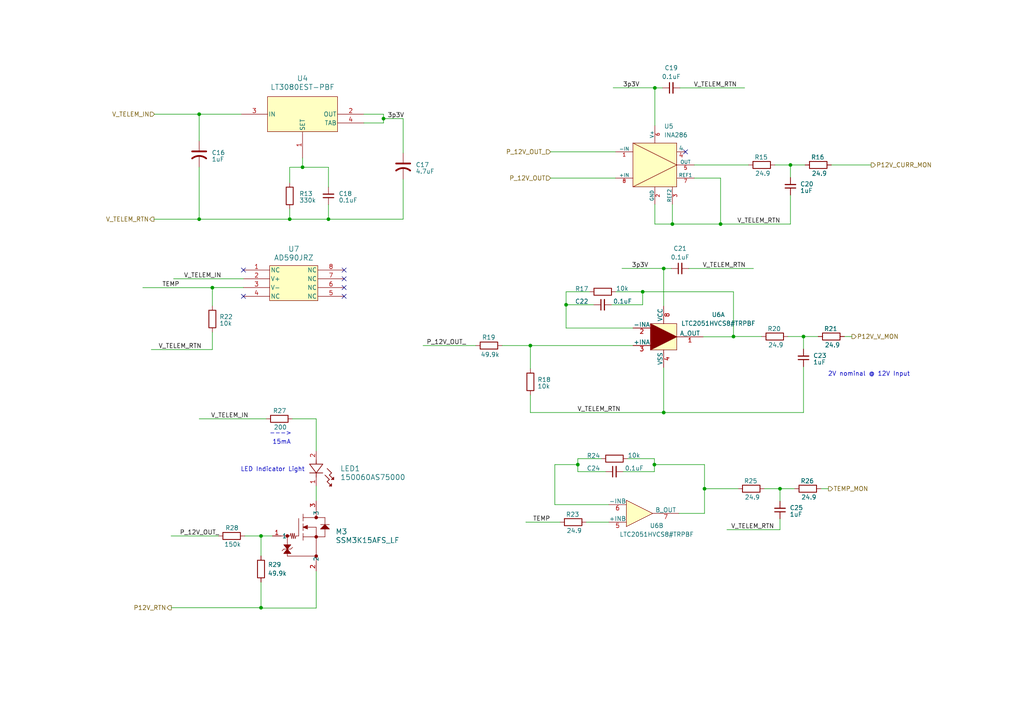
<source format=kicad_sch>
(kicad_sch
	(version 20250114)
	(generator "eeschema")
	(generator_version "9.0")
	(uuid "708a13f4-2bf9-4446-bee3-e8f6d90ee9a0")
	(paper "A4")
	(lib_symbols
		(symbol "Analog_Dev:AD590JRZ-RL"
			(pin_names
				(offset 0.254)
			)
			(exclude_from_sim no)
			(in_bom yes)
			(on_board yes)
			(property "Reference" "U"
				(at 14.986 5.588 0)
				(effects
					(font
						(size 1.524 1.524)
					)
				)
			)
			(property "Value" "AD590JRZ"
				(at 14.986 3.048 0)
				(effects
					(font
						(size 1.524 1.524)
					)
				)
			)
			(property "Footprint" "R_8_ADI"
				(at 0 0 0)
				(effects
					(font
						(size 1.27 1.27)
						(italic yes)
					)
					(hide yes)
				)
			)
			(property "Datasheet" "https://www.analog.com/media/en/technical-documentation/data-sheets/AD590.pdf"
				(at 0 0 0)
				(effects
					(font
						(size 1.27 1.27)
						(italic yes)
					)
					(hide yes)
				)
			)
			(property "Description" "SENSOR ANALOG -55C-150C 8SOIC"
				(at 0 0 0)
				(effects
					(font
						(size 1.27 1.27)
					)
					(hide yes)
				)
			)
			(property "Manufacturer" "Analog Devices Inc."
				(at 0 0 0)
				(effects
					(font
						(size 1.27 1.27)
					)
					(hide yes)
				)
			)
			(property "Man. Part Num" "AD590JRZ"
				(at 0 0 0)
				(effects
					(font
						(size 1.27 1.27)
					)
					(hide yes)
				)
			)
			(property "Distributor" "Digi-Key"
				(at 0 0 0)
				(effects
					(font
						(size 1.27 1.27)
					)
					(hide yes)
				)
			)
			(property "Dist. Part Num" "AD590JRZ-ND"
				(at 0 0 0)
				(effects
					(font
						(size 1.27 1.27)
					)
					(hide yes)
				)
			)
			(property "Part Type" "SMD"
				(at 0 0 0)
				(effects
					(font
						(size 1.27 1.27)
					)
					(hide yes)
				)
			)
			(property "Package" "8-SOIC"
				(at 0 0 0)
				(effects
					(font
						(size 1.27 1.27)
					)
					(hide yes)
				)
			)
			(property "Notes" ""
				(at 0 0 0)
				(effects
					(font
						(size 1.27 1.27)
					)
					(hide yes)
				)
			)
			(property "ki_keywords" "AD590JRZ-RL"
				(at 0 0 0)
				(effects
					(font
						(size 1.27 1.27)
					)
					(hide yes)
				)
			)
			(property "ki_fp_filters" "R_8_ADI R_8_ADI-M R_8_ADI-L"
				(at 0 0 0)
				(effects
					(font
						(size 1.27 1.27)
					)
					(hide yes)
				)
			)
			(symbol "AD590JRZ-RL_0_1"
				(pin unspecified line
					(at 0 0 0)
					(length 7.62)
					(name "NC"
						(effects
							(font
								(size 1.27 1.27)
							)
						)
					)
					(number "1"
						(effects
							(font
								(size 1.27 1.27)
							)
						)
					)
				)
				(pin unspecified line
					(at 0 -2.54 0)
					(length 7.62)
					(name "V+"
						(effects
							(font
								(size 1.27 1.27)
							)
						)
					)
					(number "2"
						(effects
							(font
								(size 1.27 1.27)
							)
						)
					)
				)
				(pin unspecified line
					(at 0 -5.08 0)
					(length 7.62)
					(name "V-"
						(effects
							(font
								(size 1.27 1.27)
							)
						)
					)
					(number "3"
						(effects
							(font
								(size 1.27 1.27)
							)
						)
					)
				)
				(pin unspecified line
					(at 0 -7.62 0)
					(length 7.62)
					(name "NC"
						(effects
							(font
								(size 1.27 1.27)
							)
						)
					)
					(number "4"
						(effects
							(font
								(size 1.27 1.27)
							)
						)
					)
				)
				(pin unspecified line
					(at 29.21 0 180)
					(length 7.62)
					(name "NC"
						(effects
							(font
								(size 1.27 1.27)
							)
						)
					)
					(number "8"
						(effects
							(font
								(size 1.27 1.27)
							)
						)
					)
				)
				(pin unspecified line
					(at 29.21 -2.54 180)
					(length 7.62)
					(name "NC"
						(effects
							(font
								(size 1.27 1.27)
							)
						)
					)
					(number "7"
						(effects
							(font
								(size 1.27 1.27)
							)
						)
					)
				)
				(pin unspecified line
					(at 29.21 -5.08 180)
					(length 7.62)
					(name "NC"
						(effects
							(font
								(size 1.27 1.27)
							)
						)
					)
					(number "6"
						(effects
							(font
								(size 1.27 1.27)
							)
						)
					)
				)
				(pin unspecified line
					(at 29.21 -7.62 180)
					(length 7.62)
					(name "NC"
						(effects
							(font
								(size 1.27 1.27)
							)
						)
					)
					(number "5"
						(effects
							(font
								(size 1.27 1.27)
							)
						)
					)
				)
			)
			(symbol "AD590JRZ-RL_1_1"
				(rectangle
					(start 7.62 1.27)
					(end 21.59 -8.89)
					(stroke
						(width 0)
						(type default)
					)
					(fill
						(type background)
					)
				)
			)
			(embedded_fonts no)
		)
		(symbol "Analog_Dev:LT3080EST-PBF"
			(pin_names
				(offset 0.254)
			)
			(exclude_from_sim no)
			(in_bom yes)
			(on_board yes)
			(property "Reference" "U"
				(at 10.16 16.51 0)
				(effects
					(font
						(size 1.524 1.524)
					)
				)
			)
			(property "Value" "LT3080EST-PBF"
				(at 10.16 13.97 0)
				(effects
					(font
						(size 1.524 1.524)
					)
				)
			)
			(property "Footprint" "SOT-3_ST_LIT"
				(at -14.224 13.208 0)
				(effects
					(font
						(size 1.27 1.27)
						(italic yes)
					)
					(hide yes)
				)
			)
			(property "Datasheet" "https://www.analog.com/media/en/technical-documentation/data-sheets/lt3080.pdf"
				(at -10.922 19.558 0)
				(effects
					(font
						(size 1.27 1.27)
						(italic yes)
					)
					(hide yes)
				)
			)
			(property "Description" "IC REG LIN POS ADJ 1.1A SOT223-3"
				(at -17.78 6.35 0)
				(effects
					(font
						(size 1.27 1.27)
					)
					(hide yes)
				)
			)
			(property "Manufacturer" "Analog Devices Inc."
				(at 0 0 0)
				(effects
					(font
						(size 1.27 1.27)
					)
					(hide yes)
				)
			)
			(property "Man. Part Num" "LT3080EST#PBF"
				(at 0 0 0)
				(effects
					(font
						(size 1.27 1.27)
					)
					(hide yes)
				)
			)
			(property "Distributor" "Digi-Key"
				(at 0 0 0)
				(effects
					(font
						(size 1.27 1.27)
					)
					(hide yes)
				)
			)
			(property "Dist. Part Num" "505-LT3080EST#PBF-ND"
				(at 0 0 0)
				(effects
					(font
						(size 1.27 1.27)
					)
					(hide yes)
				)
			)
			(property "Part Type" "SMD"
				(at 0 0 0)
				(effects
					(font
						(size 1.27 1.27)
					)
					(hide yes)
				)
			)
			(property "Package" "SOT223-3"
				(at 0 0 0)
				(effects
					(font
						(size 1.27 1.27)
					)
					(hide yes)
				)
			)
			(property "Notes" ""
				(at 0 0 0)
				(effects
					(font
						(size 1.27 1.27)
					)
					(hide yes)
				)
			)
			(property "ki_keywords" "LT3080EST#PBF"
				(at 0 0 0)
				(effects
					(font
						(size 1.27 1.27)
					)
					(hide yes)
				)
			)
			(property "ki_fp_filters" "SOT-3_ST_LIT SOT-3_ST_LIT-M SOT-3_ST_LIT-L"
				(at 0 0 0)
				(effects
					(font
						(size 1.27 1.27)
					)
					(hide yes)
				)
			)
			(symbol "LT3080EST-PBF_0_1"
				(pin power_in line
					(at -7.62 5.08 0)
					(length 7.62)
					(name "IN"
						(effects
							(font
								(size 1.27 1.27)
							)
						)
					)
					(number "3"
						(effects
							(font
								(size 1.27 1.27)
							)
						)
					)
				)
				(pin input line
					(at 10.16 -7.62 90)
					(length 7.62)
					(name "SET"
						(effects
							(font
								(size 1.27 1.27)
							)
						)
					)
					(number "1"
						(effects
							(font
								(size 1.27 1.27)
							)
						)
					)
				)
				(pin output line
					(at 27.94 5.08 180)
					(length 7.62)
					(name "OUT"
						(effects
							(font
								(size 1.27 1.27)
							)
						)
					)
					(number "2"
						(effects
							(font
								(size 1.27 1.27)
							)
						)
					)
				)
			)
			(symbol "LT3080EST-PBF_1_1"
				(rectangle
					(start 0 10.16)
					(end 20.32 0)
					(stroke
						(width 0)
						(type default)
					)
					(fill
						(type background)
					)
				)
				(pin output line
					(at 27.94 2.54 180)
					(length 7.62)
					(name "TAB"
						(effects
							(font
								(size 1.27 1.27)
							)
						)
					)
					(number "4"
						(effects
							(font
								(size 1.27 1.27)
							)
						)
					)
				)
			)
			(embedded_fonts no)
		)
		(symbol "Analog_Dev:LTC2051HVIMS8_PBF"
			(pin_names
				(offset 0)
			)
			(exclude_from_sim no)
			(in_bom yes)
			(on_board yes)
			(property "Reference" "U"
				(at 7.112 -2.032 0)
				(effects
					(font
						(size 1.27 1.27)
					)
				)
			)
			(property "Value" "LTC2051HVCS8#TRPBF"
				(at 13.97 10.16 0)
				(effects
					(font
						(size 1.27 1.27)
					)
				)
			)
			(property "Footprint" "Analog_Dev:R_8_ADI"
				(at 0 0 0)
				(effects
					(font
						(size 1.27 1.27)
					)
					(hide yes)
				)
			)
			(property "Datasheet" "https://www.analog.com/media/en/technical-documentation/data-sheets/20512fd.pdf"
				(at 0 0 0)
				(effects
					(font
						(size 1.27 1.27)
					)
					(hide yes)
				)
			)
			(property "Description" "IC OPAMP ZERO-DRIFT 2 CIRC 8SOIC"
				(at 0 0 0)
				(effects
					(font
						(size 1.27 1.27)
					)
					(hide yes)
				)
			)
			(property "Manufacturer" "Analog Devices Inc."
				(at 0 0 0)
				(effects
					(font
						(size 1.27 1.27)
					)
					(hide yes)
				)
			)
			(property "Man. Part Num" "LTC2051HVCS8#TRPBF"
				(at 0 0 0)
				(effects
					(font
						(size 1.27 1.27)
					)
					(hide yes)
				)
			)
			(property "Distributor" "Digi-Key"
				(at 0 0 0)
				(effects
					(font
						(size 1.27 1.27)
					)
					(hide yes)
				)
			)
			(property "Dist. Part Num" "LTC2051HVCS8#TRPBFCT-ND"
				(at 0 0 0)
				(effects
					(font
						(size 1.27 1.27)
					)
					(hide yes)
				)
			)
			(property "Part Type" "SMD"
				(at 0 0 0)
				(effects
					(font
						(size 1.27 1.27)
					)
					(hide yes)
				)
			)
			(property "Package" "8-SOIC"
				(at 0 0 0)
				(effects
					(font
						(size 1.27 1.27)
					)
					(hide yes)
				)
			)
			(property "Notes" ""
				(at 0 0 0)
				(effects
					(font
						(size 1.27 1.27)
					)
					(hide yes)
				)
			)
			(property "ki_locked" ""
				(at 0 0 0)
				(effects
					(font
						(size 1.27 1.27)
					)
				)
			)
			(symbol "LTC2051HVIMS8_PBF_1_1"
				(rectangle
					(start 0 7.62)
					(end 7.62 0)
					(stroke
						(width 0)
						(type default)
					)
					(fill
						(type background)
					)
				)
				(polyline
					(pts
						(xy 0 0) (xy 0 7.62) (xy 7.62 3.81) (xy 0 0)
					)
					(stroke
						(width 0)
						(type default)
					)
					(fill
						(type outline)
					)
				)
				(pin input line
					(at -5.08 6.35 0)
					(length 5.08)
					(name "-INA"
						(effects
							(font
								(size 1.27 1.27)
							)
						)
					)
					(number "2"
						(effects
							(font
								(size 1.27 1.27)
							)
						)
					)
				)
				(pin input line
					(at -5.08 1.27 0)
					(length 5.08)
					(name "+INA"
						(effects
							(font
								(size 1.27 1.27)
							)
						)
					)
					(number "3"
						(effects
							(font
								(size 1.27 1.27)
							)
						)
					)
				)
				(pin power_in line
					(at 3.81 12.7 270)
					(length 5.08)
					(name "VCC"
						(effects
							(font
								(size 1.27 1.27)
							)
						)
					)
					(number "8"
						(effects
							(font
								(size 1.27 1.27)
							)
						)
					)
				)
				(pin power_in line
					(at 3.81 -5.08 90)
					(length 5.08)
					(name "VSS"
						(effects
							(font
								(size 1.27 1.27)
							)
						)
					)
					(number "4"
						(effects
							(font
								(size 1.27 1.27)
							)
						)
					)
				)
				(pin output line
					(at 15.24 3.81 180)
					(length 7.62)
					(name "A_OUT"
						(effects
							(font
								(size 1.27 1.27)
							)
						)
					)
					(number "1"
						(effects
							(font
								(size 1.27 1.27)
							)
						)
					)
				)
			)
			(symbol "LTC2051HVIMS8_PBF_2_1"
				(polyline
					(pts
						(xy 0 0) (xy 0 7.62) (xy 7.62 3.81) (xy 0 0)
					)
					(stroke
						(width 0)
						(type default)
					)
					(fill
						(type background)
					)
				)
				(pin input line
					(at -5.08 6.35 0)
					(length 5.08)
					(name "-INB"
						(effects
							(font
								(size 1.27 1.27)
							)
						)
					)
					(number "6"
						(effects
							(font
								(size 1.27 1.27)
							)
						)
					)
				)
				(pin input line
					(at -5.08 1.27 0)
					(length 5.08)
					(name "+INB"
						(effects
							(font
								(size 1.27 1.27)
							)
						)
					)
					(number "5"
						(effects
							(font
								(size 1.27 1.27)
							)
						)
					)
				)
				(pin output line
					(at 15.24 3.81 180)
					(length 7.62)
					(name "B_OUT"
						(effects
							(font
								(size 1.27 1.27)
							)
						)
					)
					(number "7"
						(effects
							(font
								(size 1.27 1.27)
							)
						)
					)
				)
			)
			(embedded_fonts no)
		)
		(symbol "Passive_Parts:C"
			(pin_numbers
				(hide yes)
			)
			(pin_names
				(offset 0)
				(hide yes)
			)
			(exclude_from_sim no)
			(in_bom yes)
			(on_board yes)
			(property "Reference" "C"
				(at 2.54 5.08 0)
				(effects
					(font
						(size 1.27 1.27)
					)
				)
			)
			(property "Value" ""
				(at 0 0 0)
				(effects
					(font
						(size 1.27 1.27)
					)
				)
			)
			(property "Footprint" ""
				(at 0 0 0)
				(effects
					(font
						(size 1.27 1.27)
					)
					(hide yes)
				)
			)
			(property "Datasheet" ""
				(at 0 0 0)
				(effects
					(font
						(size 1.27 1.27)
					)
					(hide yes)
				)
			)
			(property "Description" ""
				(at 0 0 0)
				(effects
					(font
						(size 1.27 1.27)
					)
					(hide yes)
				)
			)
			(property "Manufacturer" ""
				(at 0 0 0)
				(effects
					(font
						(size 1.27 1.27)
					)
					(hide yes)
				)
			)
			(property "Man. Part Num" ""
				(at 0 0 0)
				(effects
					(font
						(size 1.27 1.27)
					)
					(hide yes)
				)
			)
			(property "Distributor" "Digi-Key"
				(at 0 0 0)
				(effects
					(font
						(size 1.27 1.27)
					)
					(hide yes)
				)
			)
			(property "Dist. Part Num" ""
				(at 0 0 0)
				(effects
					(font
						(size 1.27 1.27)
					)
					(hide yes)
				)
			)
			(property "Package" ""
				(at 0 0 0)
				(effects
					(font
						(size 1.27 1.27)
					)
					(hide yes)
				)
			)
			(property "Part Type" "SMD"
				(at 0 0 0)
				(effects
					(font
						(size 1.27 1.27)
					)
					(hide yes)
				)
			)
			(property "Notes" ""
				(at 0 0 0)
				(effects
					(font
						(size 1.27 1.27)
					)
					(hide yes)
				)
			)
			(symbol "C_0_1"
				(polyline
					(pts
						(xy 2.032 1.016) (xy 2.032 4.064)
					)
					(stroke
						(width 0.3048)
						(type default)
					)
					(fill
						(type none)
					)
				)
				(polyline
					(pts
						(xy 3.048 1.016) (xy 3.048 4.064)
					)
					(stroke
						(width 0.3302)
						(type default)
					)
					(fill
						(type none)
					)
				)
			)
			(symbol "C_1_1"
				(pin passive line
					(at 0 2.54 0)
					(length 2.032)
					(name "~"
						(effects
							(font
								(size 1.27 1.27)
							)
						)
					)
					(number "1"
						(effects
							(font
								(size 1.27 1.27)
							)
						)
					)
				)
				(pin passive line
					(at 5.08 2.54 180)
					(length 2.032)
					(name "~"
						(effects
							(font
								(size 1.27 1.27)
							)
						)
					)
					(number "2"
						(effects
							(font
								(size 1.27 1.27)
							)
						)
					)
				)
			)
			(embedded_fonts no)
		)
		(symbol "Passive_Parts:C_Tantalum"
			(pin_numbers
				(hide yes)
			)
			(pin_names
				(offset 0)
				(hide yes)
			)
			(exclude_from_sim no)
			(in_bom yes)
			(on_board yes)
			(property "Reference" "C"
				(at 0 0 0)
				(effects
					(font
						(size 1.27 1.27)
					)
				)
			)
			(property "Value" ""
				(at 0 0 0)
				(effects
					(font
						(size 1.27 1.27)
					)
				)
			)
			(property "Footprint" ""
				(at 0 0 0)
				(effects
					(font
						(size 1.27 1.27)
					)
					(hide yes)
				)
			)
			(property "Datasheet" ""
				(at 0 0 0)
				(effects
					(font
						(size 1.27 1.27)
					)
					(hide yes)
				)
			)
			(property "Description" ""
				(at 0 0 0)
				(effects
					(font
						(size 1.27 1.27)
					)
					(hide yes)
				)
			)
			(property "Manufacturer" ""
				(at 0 0 0)
				(effects
					(font
						(size 1.27 1.27)
					)
					(hide yes)
				)
			)
			(property "Man. Part Num" ""
				(at 0 0 0)
				(effects
					(font
						(size 1.27 1.27)
					)
					(hide yes)
				)
			)
			(property "Distributor" "Digi-Key"
				(at 0 0 0)
				(effects
					(font
						(size 1.27 1.27)
					)
					(hide yes)
				)
			)
			(property "Dist. Part Num" ""
				(at 0 0 0)
				(effects
					(font
						(size 1.27 1.27)
					)
					(hide yes)
				)
			)
			(property "Part Type" ""
				(at 0 0 0)
				(effects
					(font
						(size 1.27 1.27)
					)
					(hide yes)
				)
			)
			(property "Package" ""
				(at 0 0 0)
				(effects
					(font
						(size 1.27 1.27)
					)
					(hide yes)
				)
			)
			(property "Notes" ""
				(at 0 0 0)
				(effects
					(font
						(size 1.27 1.27)
					)
					(hide yes)
				)
			)
			(symbol "C_Tantalum_0_1"
				(polyline
					(pts
						(xy 4.318 0.508) (xy 4.318 4.572)
					)
					(stroke
						(width 0.508)
						(type default)
					)
					(fill
						(type none)
					)
				)
				(arc
					(start 6.35 0.508)
					(mid 5.6372 2.54)
					(end 6.35 4.572)
					(stroke
						(width 0.508)
						(type default)
					)
					(fill
						(type none)
					)
				)
			)
			(symbol "C_Tantalum_1_1"
				(pin passive line
					(at 1.27 2.54 0)
					(length 2.794)
					(name "~"
						(effects
							(font
								(size 1.27 1.27)
							)
						)
					)
					(number "1"
						(effects
							(font
								(size 1.27 1.27)
							)
						)
					)
				)
				(pin passive line
					(at 8.89 2.54 180)
					(length 3.302)
					(name "~"
						(effects
							(font
								(size 1.27 1.27)
							)
						)
					)
					(number "2"
						(effects
							(font
								(size 1.27 1.27)
							)
						)
					)
				)
			)
			(embedded_fonts no)
		)
		(symbol "Passive_Parts:R"
			(pin_numbers
				(hide yes)
			)
			(pin_names
				(offset 0)
				(hide yes)
			)
			(exclude_from_sim no)
			(in_bom yes)
			(on_board yes)
			(property "Reference" "R"
				(at 2.54 5.08 0)
				(effects
					(font
						(size 1.27 1.27)
					)
				)
			)
			(property "Value" ""
				(at 0 0 0)
				(effects
					(font
						(size 1.27 1.27)
					)
				)
			)
			(property "Footprint" ""
				(at 0 0 0)
				(effects
					(font
						(size 1.27 1.27)
					)
					(hide yes)
				)
			)
			(property "Datasheet" ""
				(at 0 0 0)
				(effects
					(font
						(size 1.27 1.27)
					)
					(hide yes)
				)
			)
			(property "Description" ""
				(at 0 0 0)
				(effects
					(font
						(size 1.27 1.27)
					)
					(hide yes)
				)
			)
			(property "Manufacturer" ""
				(at 0 0 0)
				(effects
					(font
						(size 1.27 1.27)
					)
					(hide yes)
				)
			)
			(property "Man. Part Num" ""
				(at 0 0 0)
				(effects
					(font
						(size 1.27 1.27)
					)
					(hide yes)
				)
			)
			(property "Distributor" "Digi-Key"
				(at 0 0 0)
				(effects
					(font
						(size 1.27 1.27)
					)
					(hide yes)
				)
			)
			(property "Dist. Part Num" ""
				(at 0 0 0)
				(effects
					(font
						(size 1.27 1.27)
					)
					(hide yes)
				)
			)
			(property "Part Type" "SMD"
				(at 0 0 0)
				(effects
					(font
						(size 1.27 1.27)
					)
					(hide yes)
				)
			)
			(property "Notes" ""
				(at 0 0 0)
				(effects
					(font
						(size 1.27 1.27)
					)
					(hide yes)
				)
			)
			(property "Package" ""
				(at 0 0 0)
				(effects
					(font
						(size 1.27 1.27)
					)
					(hide yes)
				)
			)
			(symbol "R_0_1"
				(rectangle
					(start 5.08 1.524)
					(end 0 3.556)
					(stroke
						(width 0.254)
						(type default)
					)
					(fill
						(type none)
					)
				)
			)
			(symbol "R_1_1"
				(pin passive line
					(at -1.27 2.54 0)
					(length 1.27)
					(name "~"
						(effects
							(font
								(size 1.27 1.27)
							)
						)
					)
					(number "1"
						(effects
							(font
								(size 1.27 1.27)
							)
						)
					)
				)
				(pin passive line
					(at 6.35 2.54 180)
					(length 1.27)
					(name "~"
						(effects
							(font
								(size 1.27 1.27)
							)
						)
					)
					(number "2"
						(effects
							(font
								(size 1.27 1.27)
							)
						)
					)
				)
			)
			(embedded_fonts no)
		)
		(symbol "SSM3K15AFS_LF_1"
			(pin_names
				(offset 0.254)
			)
			(exclude_from_sim no)
			(in_bom yes)
			(on_board yes)
			(property "Reference" "MOSFET"
				(at 0 0 0)
				(effects
					(font
						(size 1.524 1.524)
					)
				)
			)
			(property "Value" "SSM3K15AFS_LF"
				(at 0 0 0)
				(effects
					(font
						(size 1.524 1.524)
					)
				)
			)
			(property "Footprint" "SSM_TOS"
				(at 0 0 0)
				(effects
					(font
						(size 1.27 1.27)
						(italic yes)
					)
					(hide yes)
				)
			)
			(property "Datasheet" "https://toshiba.semicon-storage.com/info/SSM3K15AFS_datasheet_en_20140301.pdf?did=5914&prodName=SSM3K15AFS"
				(at 0 0 0)
				(effects
					(font
						(size 1.27 1.27)
						(italic yes)
					)
					(hide yes)
				)
			)
			(property "Description" "MOSFET N-CH 30V 100MA SSM"
				(at 0 0 0)
				(effects
					(font
						(size 1.27 1.27)
					)
					(hide yes)
				)
			)
			(property "Manufacturer" "Toshiba Semiconductor and Storage"
				(at 0 0 0)
				(effects
					(font
						(size 1.27 1.27)
					)
					(hide yes)
				)
			)
			(property "Man. Part Num" "SSM3K15AFS,LF"
				(at 0 0 0)
				(effects
					(font
						(size 1.27 1.27)
					)
					(hide yes)
				)
			)
			(property "Distributor" "Digi-Key"
				(at 0 0 0)
				(effects
					(font
						(size 1.27 1.27)
					)
					(hide yes)
				)
			)
			(property "Dist. Part Num" "SSM3K15AFSLFCT-ND"
				(at 0 0 0)
				(effects
					(font
						(size 1.27 1.27)
					)
					(hide yes)
				)
			)
			(property "Part Type" "SMD"
				(at 0 0 0)
				(effects
					(font
						(size 1.27 1.27)
					)
					(hide yes)
				)
			)
			(property "Package" "SSM_TOS"
				(at 0 0 0)
				(effects
					(font
						(size 1.27 1.27)
					)
					(hide yes)
				)
			)
			(property "Notes" ""
				(at 0 0 0)
				(effects
					(font
						(size 1.27 1.27)
					)
					(hide yes)
				)
			)
			(property "ki_keywords" "SSM3K15AFS,LF"
				(at 0 0 0)
				(effects
					(font
						(size 1.27 1.27)
					)
					(hide yes)
				)
			)
			(property "ki_fp_filters" "SSM_TOS SSM_TOS-M SSM_TOS-L"
				(at 0 0 0)
				(effects
					(font
						(size 1.27 1.27)
					)
					(hide yes)
				)
			)
			(symbol "SSM3K15AFS_LF_1_0_1"
				(polyline
					(pts
						(xy 0 -7.62) (xy 2.54 -7.62)
					)
					(stroke
						(width 0.1524)
						(type default)
					)
					(fill
						(type none)
					)
				)
				(polyline
					(pts
						(xy 0.762 -10.16) (xy 1.778 -11.43)
					)
					(stroke
						(width 0.1524)
						(type default)
					)
					(fill
						(type none)
					)
				)
				(polyline
					(pts
						(xy 0.762 -10.16) (xy 1.778 -11.43) (xy 0.762 -12.7) (xy 2.794 -12.7) (xy 1.778 -11.43) (xy 2.794 -10.16)
					)
					(stroke
						(width 0)
						(type default)
					)
					(fill
						(type outline)
					)
				)
				(polyline
					(pts
						(xy 0.762 -11.43) (xy 0.254 -11.938)
					)
					(stroke
						(width 0.1524)
						(type default)
					)
					(fill
						(type none)
					)
				)
				(polyline
					(pts
						(xy 0.762 -11.43) (xy 2.794 -11.43)
					)
					(stroke
						(width 0.1524)
						(type default)
					)
					(fill
						(type none)
					)
				)
				(polyline
					(pts
						(xy 0.762 -12.7) (xy 2.794 -12.7)
					)
					(stroke
						(width 0.1524)
						(type default)
					)
					(fill
						(type none)
					)
				)
				(polyline
					(pts
						(xy 1.778 -7.62) (xy 1.778 -10.16)
					)
					(stroke
						(width 0.1524)
						(type default)
					)
					(fill
						(type none)
					)
				)
				(circle
					(center 1.778 -7.62)
					(radius 0.254)
					(stroke
						(width 0.508)
						(type default)
					)
					(fill
						(type none)
					)
				)
				(polyline
					(pts
						(xy 1.778 -11.43) (xy 0.762 -12.7)
					)
					(stroke
						(width 0.1524)
						(type default)
					)
					(fill
						(type none)
					)
				)
				(polyline
					(pts
						(xy 1.778 -11.43) (xy 2.794 -10.16)
					)
					(stroke
						(width 0.1524)
						(type default)
					)
					(fill
						(type none)
					)
				)
				(polyline
					(pts
						(xy 1.778 -12.7) (xy 1.778 -13.462)
					)
					(stroke
						(width 0.1524)
						(type default)
					)
					(fill
						(type none)
					)
				)
				(polyline
					(pts
						(xy 1.778 -13.462) (xy 10.16 -13.462)
					)
					(stroke
						(width 0.1524)
						(type default)
					)
					(fill
						(type none)
					)
				)
				(polyline
					(pts
						(xy 2.794 -6.858) (xy 2.54 -7.62)
					)
					(stroke
						(width 0.1524)
						(type default)
					)
					(fill
						(type none)
					)
				)
				(polyline
					(pts
						(xy 2.794 -10.16) (xy 0.762 -10.16)
					)
					(stroke
						(width 0.1524)
						(type default)
					)
					(fill
						(type none)
					)
				)
				(polyline
					(pts
						(xy 2.794 -11.43) (xy 3.302 -10.922)
					)
					(stroke
						(width 0.1524)
						(type default)
					)
					(fill
						(type none)
					)
				)
				(polyline
					(pts
						(xy 2.794 -12.7) (xy 1.778 -11.43)
					)
					(stroke
						(width 0.1524)
						(type default)
					)
					(fill
						(type none)
					)
				)
				(polyline
					(pts
						(xy 3.048 -8.382) (xy 2.794 -6.858)
					)
					(stroke
						(width 0.1524)
						(type default)
					)
					(fill
						(type none)
					)
				)
				(polyline
					(pts
						(xy 3.302 -6.858) (xy 3.048 -8.382)
					)
					(stroke
						(width 0.1524)
						(type default)
					)
					(fill
						(type none)
					)
				)
				(polyline
					(pts
						(xy 3.556 -8.382) (xy 3.302 -6.858)
					)
					(stroke
						(width 0.1524)
						(type default)
					)
					(fill
						(type none)
					)
				)
				(polyline
					(pts
						(xy 3.81 -6.858) (xy 3.556 -8.382)
					)
					(stroke
						(width 0.1524)
						(type default)
					)
					(fill
						(type none)
					)
				)
				(polyline
					(pts
						(xy 4.064 -8.382) (xy 3.81 -6.858)
					)
					(stroke
						(width 0.1524)
						(type default)
					)
					(fill
						(type none)
					)
				)
				(polyline
					(pts
						(xy 4.318 -7.62) (xy 4.064 -8.382)
					)
					(stroke
						(width 0.1524)
						(type default)
					)
					(fill
						(type none)
					)
				)
				(polyline
					(pts
						(xy 5.08 -7.62) (xy 4.318 -7.62)
					)
					(stroke
						(width 0.1524)
						(type default)
					)
					(fill
						(type none)
					)
				)
				(polyline
					(pts
						(xy 5.08 -7.62) (xy 5.08 -2.54)
					)
					(stroke
						(width 0.1524)
						(type default)
					)
					(fill
						(type none)
					)
				)
				(polyline
					(pts
						(xy 6.35 -3.302) (xy 6.35 -1.27)
					)
					(stroke
						(width 0.1524)
						(type default)
					)
					(fill
						(type none)
					)
				)
				(polyline
					(pts
						(xy 6.35 -5.08) (xy 7.62 -4.572)
					)
					(stroke
						(width 0.1524)
						(type default)
					)
					(fill
						(type none)
					)
				)
				(polyline
					(pts
						(xy 6.35 -6.096) (xy 6.35 -4.064)
					)
					(stroke
						(width 0.1524)
						(type default)
					)
					(fill
						(type none)
					)
				)
				(polyline
					(pts
						(xy 6.35 -7.874) (xy 12.7 -7.874)
					)
					(stroke
						(width 0.1524)
						(type default)
					)
					(fill
						(type none)
					)
				)
				(polyline
					(pts
						(xy 6.35 -8.89) (xy 6.35 -6.858)
					)
					(stroke
						(width 0.1524)
						(type default)
					)
					(fill
						(type none)
					)
				)
				(polyline
					(pts
						(xy 7.62 -4.572) (xy 7.62 -5.588)
					)
					(stroke
						(width 0.1524)
						(type default)
					)
					(fill
						(type none)
					)
				)
				(polyline
					(pts
						(xy 7.62 -4.572) (xy 6.35 -5.08) (xy 7.62 -5.588)
					)
					(stroke
						(width 0)
						(type default)
					)
					(fill
						(type outline)
					)
				)
				(polyline
					(pts
						(xy 7.62 -5.08) (xy 10.16 -5.08)
					)
					(stroke
						(width 0.1524)
						(type default)
					)
					(fill
						(type none)
					)
				)
				(polyline
					(pts
						(xy 7.62 -5.588) (xy 6.35 -5.08)
					)
					(stroke
						(width 0.1524)
						(type default)
					)
					(fill
						(type none)
					)
				)
				(polyline
					(pts
						(xy 10.16 0) (xy 10.16 -2.286)
					)
					(stroke
						(width 0.1524)
						(type default)
					)
					(fill
						(type none)
					)
				)
				(circle
					(center 10.16 -2.286)
					(radius 0.254)
					(stroke
						(width 0.508)
						(type default)
					)
					(fill
						(type none)
					)
				)
				(polyline
					(pts
						(xy 10.16 -5.08) (xy 10.16 -15.24)
					)
					(stroke
						(width 0.1524)
						(type default)
					)
					(fill
						(type none)
					)
				)
				(circle
					(center 10.16 -7.874)
					(radius 0.254)
					(stroke
						(width 0.508)
						(type default)
					)
					(fill
						(type none)
					)
				)
				(circle
					(center 10.16 -13.462)
					(radius 0.254)
					(stroke
						(width 0.508)
						(type default)
					)
					(fill
						(type none)
					)
				)
				(polyline
					(pts
						(xy 11.43 -4.318) (xy 13.97 -4.318)
					)
					(stroke
						(width 0.1524)
						(type default)
					)
					(fill
						(type none)
					)
				)
				(polyline
					(pts
						(xy 11.43 -5.588) (xy 13.97 -5.588)
					)
					(stroke
						(width 0.1524)
						(type default)
					)
					(fill
						(type none)
					)
				)
				(polyline
					(pts
						(xy 12.7 -2.286) (xy 6.35 -2.286)
					)
					(stroke
						(width 0.1524)
						(type default)
					)
					(fill
						(type none)
					)
				)
				(polyline
					(pts
						(xy 12.7 -4.318) (xy 11.43 -5.588)
					)
					(stroke
						(width 0.1524)
						(type default)
					)
					(fill
						(type none)
					)
				)
				(polyline
					(pts
						(xy 12.7 -4.318) (xy 12.7 -2.286)
					)
					(stroke
						(width 0.1524)
						(type default)
					)
					(fill
						(type none)
					)
				)
				(polyline
					(pts
						(xy 12.7 -4.318) (xy 11.43 -5.588) (xy 13.97 -5.588)
					)
					(stroke
						(width 0)
						(type default)
					)
					(fill
						(type outline)
					)
				)
				(polyline
					(pts
						(xy 12.7 -7.874) (xy 12.7 -5.588)
					)
					(stroke
						(width 0.1524)
						(type default)
					)
					(fill
						(type none)
					)
				)
				(polyline
					(pts
						(xy 13.97 -5.588) (xy 12.7 -4.318)
					)
					(stroke
						(width 0.1524)
						(type default)
					)
					(fill
						(type none)
					)
				)
				(pin unspecified line
					(at -2.54 -7.62 0)
					(length 2.54)
					(name "1"
						(effects
							(font
								(size 1.27 1.27)
							)
						)
					)
					(number "1"
						(effects
							(font
								(size 1.27 1.27)
							)
						)
					)
				)
				(pin unspecified line
					(at 10.16 2.54 270)
					(length 2.54)
					(name "3"
						(effects
							(font
								(size 1.27 1.27)
							)
						)
					)
					(number "3"
						(effects
							(font
								(size 1.27 1.27)
							)
						)
					)
				)
				(pin unspecified line
					(at 10.16 -17.78 90)
					(length 2.54)
					(name "2"
						(effects
							(font
								(size 1.27 1.27)
							)
						)
					)
					(number "2"
						(effects
							(font
								(size 1.27 1.27)
							)
						)
					)
				)
			)
			(embedded_fonts no)
		)
		(symbol "Texas Instruments:INA28x"
			(pin_names
				(offset 0)
			)
			(exclude_from_sim no)
			(in_bom yes)
			(on_board yes)
			(property "Reference" "U"
				(at -2.032 -3.556 0)
				(effects
					(font
						(size 1.27 1.27)
					)
					(justify left bottom)
				)
			)
			(property "Value" "INA28x"
				(at -6.096 14.478 0)
				(effects
					(font
						(size 1.27 1.27)
					)
					(justify left bottom)
				)
			)
			(property "Footprint" "INA285AQDRQ1:SOIC127P599X175-8N"
				(at 8.382 5.588 0)
				(effects
					(font
						(size 1.27 1.27)
					)
					(justify bottom)
					(hide yes)
				)
			)
			(property "Datasheet" "https://www.ti.com/general/docs/suppproductinfo.tsp?distId=10&gotoUrl=https%3A%2F%2Fwww.ti.com%2Flit%2Fgpn%2Fina282-q1"
				(at 0 0 0)
				(effects
					(font
						(size 1.27 1.27)
					)
					(hide yes)
				)
			)
			(property "Description" "IC CURRENT MONITOR 0.4% 8SOIC"
				(at 0 0 0)
				(effects
					(font
						(size 1.27 1.27)
					)
					(hide yes)
				)
			)
			(property "Package" "8-SOIC"
				(at 0 0 0)
				(effects
					(font
						(size 1.27 1.27)
					)
					(hide yes)
				)
			)
			(property "Manufacturer" "Texas Instruments"
				(at 0 0 0)
				(effects
					(font
						(size 1.27 1.27)
					)
					(hide yes)
				)
			)
			(property "Man. Part Num" ""
				(at 0 0 0)
				(effects
					(font
						(size 1.27 1.27)
					)
					(hide yes)
				)
			)
			(property "Distributor" "Digi-Key"
				(at 0 0 0)
				(effects
					(font
						(size 1.27 1.27)
					)
					(hide yes)
				)
			)
			(property "Dist. Part Num" ""
				(at 0 0 0)
				(effects
					(font
						(size 1.27 1.27)
					)
					(hide yes)
				)
			)
			(property "Part Type" "SMD"
				(at 0 0 0)
				(effects
					(font
						(size 1.27 1.27)
					)
					(hide yes)
				)
			)
			(property "Notes" ""
				(at 0 0 0)
				(effects
					(font
						(size 1.27 1.27)
					)
					(hide yes)
				)
			)
			(symbol "INA28x_0_0"
				(pin input line
					(at -5.08 10.16 0)
					(length 5.08)
					(name "-IN"
						(effects
							(font
								(size 1.016 1.016)
							)
						)
					)
					(number "1"
						(effects
							(font
								(size 1.016 1.016)
							)
						)
					)
				)
				(pin input line
					(at -5.08 2.54 0)
					(length 5.08)
					(name "+IN"
						(effects
							(font
								(size 1.016 1.016)
							)
						)
					)
					(number "8"
						(effects
							(font
								(size 1.016 1.016)
							)
						)
					)
				)
				(pin power_in line
					(at 6.35 17.78 270)
					(length 5.08)
					(name "V+"
						(effects
							(font
								(size 1.016 1.016)
							)
						)
					)
					(number "6"
						(effects
							(font
								(size 1.016 1.016)
							)
						)
					)
				)
				(pin power_in line
					(at 6.35 -5.08 90)
					(length 5.08)
					(name "GND"
						(effects
							(font
								(size 1.016 1.016)
							)
						)
					)
					(number "2"
						(effects
							(font
								(size 1.016 1.016)
							)
						)
					)
				)
				(pin input line
					(at 11.43 -5.08 90)
					(length 5.08)
					(name "REF2"
						(effects
							(font
								(size 1.016 1.016)
							)
						)
					)
					(number "3"
						(effects
							(font
								(size 1.016 1.016)
							)
						)
					)
				)
				(pin output line
					(at 17.78 6.35 180)
					(length 5.08)
					(name "OUT"
						(effects
							(font
								(size 1.016 1.016)
							)
						)
					)
					(number "5"
						(effects
							(font
								(size 1.016 1.016)
							)
						)
					)
				)
				(pin input line
					(at 17.78 2.54 180)
					(length 5.08)
					(name "REF1"
						(effects
							(font
								(size 1.016 1.016)
							)
						)
					)
					(number "7"
						(effects
							(font
								(size 1.016 1.016)
							)
						)
					)
				)
			)
			(symbol "INA28x_1_1"
				(rectangle
					(start 0 12.7)
					(end 12.7 0)
					(stroke
						(width 0)
						(type default)
					)
					(fill
						(type background)
					)
				)
				(polyline
					(pts
						(xy 0 12.7) (xy 12.7 6.35) (xy 0 0)
					)
					(stroke
						(width 0)
						(type default)
					)
					(fill
						(type none)
					)
				)
				(pin passive line
					(at 15.24 10.16 180)
					(length 2.54)
					(name "4"
						(effects
							(font
								(size 1.27 1.27)
							)
						)
					)
					(number "4"
						(effects
							(font
								(size 1.27 1.27)
							)
						)
					)
				)
			)
			(embedded_fonts no)
		)
		(symbol "Wurth Elektronik:150060AS75000"
			(pin_names
				(offset 0.254)
			)
			(exclude_from_sim no)
			(in_bom yes)
			(on_board yes)
			(property "Reference" "LED"
				(at 5.08 -4.445 0)
				(effects
					(font
						(size 1.524 1.524)
					)
				)
			)
			(property "Value" "150060AS75000"
				(at 5.08 -7.62 0)
				(effects
					(font
						(size 1.524 1.524)
					)
				)
			)
			(property "Footprint" "LED_0AS75000_WRE"
				(at 0 0 0)
				(effects
					(font
						(size 1.27 1.27)
						(italic yes)
					)
					(hide yes)
				)
			)
			(property "Datasheet" "https://www.we-online.com/components/products/datasheet/150060AS75000.pdf"
				(at 0 0 0)
				(effects
					(font
						(size 1.27 1.27)
						(italic yes)
					)
					(hide yes)
				)
			)
			(property "Description" "LED AMBER CLEAR 0603 SMD"
				(at 0 0 0)
				(effects
					(font
						(size 1.27 1.27)
					)
					(hide yes)
				)
			)
			(property "Package" "0603"
				(at 0 0 0)
				(effects
					(font
						(size 1.27 1.27)
					)
					(hide yes)
				)
			)
			(property "Manufacturer" "Würth Elektronik"
				(at 0 0 0)
				(effects
					(font
						(size 1.27 1.27)
					)
					(hide yes)
				)
			)
			(property "Man. Part Num" "150060AS75000"
				(at 0 0 0)
				(effects
					(font
						(size 1.27 1.27)
					)
					(hide yes)
				)
			)
			(property "Distributor" "Digi-Key"
				(at 0 0 0)
				(effects
					(font
						(size 1.27 1.27)
					)
					(hide yes)
				)
			)
			(property "Dist. Part Num" "732-150060AS75000CT-ND"
				(at 0 0 0)
				(effects
					(font
						(size 1.27 1.27)
					)
					(hide yes)
				)
			)
			(property "Part Type" "SMD"
				(at 0 0 0)
				(effects
					(font
						(size 1.27 1.27)
					)
					(hide yes)
				)
			)
			(property "Notes" ""
				(at 0 0 0)
				(effects
					(font
						(size 1.27 1.27)
					)
					(hide yes)
				)
			)
			(property "ki_keywords" "150060AS75000"
				(at 0 0 0)
				(effects
					(font
						(size 1.27 1.27)
					)
					(hide yes)
				)
			)
			(property "ki_fp_filters" "LED_0AS75000_WRE"
				(at 0 0 0)
				(effects
					(font
						(size 1.27 1.27)
					)
					(hide yes)
				)
			)
			(symbol "150060AS75000_0_1"
				(polyline
					(pts
						(xy 2.54 0) (xy 3.4798 0)
					)
					(stroke
						(width 0.2032)
						(type default)
					)
					(fill
						(type none)
					)
				)
				(polyline
					(pts
						(xy 3.175 0) (xy 3.81 0)
					)
					(stroke
						(width 0.2032)
						(type default)
					)
					(fill
						(type none)
					)
				)
				(polyline
					(pts
						(xy 3.81 1.905) (xy 3.81 -1.905)
					)
					(stroke
						(width 0.2032)
						(type default)
					)
					(fill
						(type none)
					)
				)
				(polyline
					(pts
						(xy 3.81 -1.905) (xy 6.35 0)
					)
					(stroke
						(width 0.2032)
						(type default)
					)
					(fill
						(type none)
					)
				)
				(polyline
					(pts
						(xy 5.08 3.175) (xy 6.35 4.445)
					)
					(stroke
						(width 0.2032)
						(type default)
					)
					(fill
						(type none)
					)
				)
				(polyline
					(pts
						(xy 6.35 4.445) (xy 6.985 3.81)
					)
					(stroke
						(width 0.2032)
						(type default)
					)
					(fill
						(type none)
					)
				)
				(polyline
					(pts
						(xy 6.35 0) (xy 3.81 1.905)
					)
					(stroke
						(width 0.2032)
						(type default)
					)
					(fill
						(type none)
					)
				)
				(polyline
					(pts
						(xy 6.35 0) (xy 7.62 0)
					)
					(stroke
						(width 0.2032)
						(type default)
					)
					(fill
						(type none)
					)
				)
				(polyline
					(pts
						(xy 6.35 -1.905) (xy 6.35 1.905)
					)
					(stroke
						(width 0.2032)
						(type default)
					)
					(fill
						(type none)
					)
				)
				(polyline
					(pts
						(xy 6.985 3.81) (xy 8.255 5.08)
					)
					(stroke
						(width 0.2032)
						(type default)
					)
					(fill
						(type none)
					)
				)
				(polyline
					(pts
						(xy 6.985 2.54) (xy 8.255 3.81)
					)
					(stroke
						(width 0.2032)
						(type default)
					)
					(fill
						(type none)
					)
				)
				(polyline
					(pts
						(xy 7.62 5.08) (xy 8.255 4.445)
					)
					(stroke
						(width 0.2032)
						(type default)
					)
					(fill
						(type none)
					)
				)
				(polyline
					(pts
						(xy 8.255 5.08) (xy 7.62 5.08)
					)
					(stroke
						(width 0.2032)
						(type default)
					)
					(fill
						(type none)
					)
				)
				(polyline
					(pts
						(xy 8.255 4.445) (xy 8.255 5.08)
					)
					(stroke
						(width 0.2032)
						(type default)
					)
					(fill
						(type none)
					)
				)
				(polyline
					(pts
						(xy 8.255 3.81) (xy 8.89 3.175)
					)
					(stroke
						(width 0.2032)
						(type default)
					)
					(fill
						(type none)
					)
				)
				(polyline
					(pts
						(xy 8.89 3.175) (xy 10.16 4.445)
					)
					(stroke
						(width 0.2032)
						(type default)
					)
					(fill
						(type none)
					)
				)
				(polyline
					(pts
						(xy 9.525 4.445) (xy 10.16 3.81)
					)
					(stroke
						(width 0.2032)
						(type default)
					)
					(fill
						(type none)
					)
				)
				(polyline
					(pts
						(xy 10.16 4.445) (xy 9.525 4.445)
					)
					(stroke
						(width 0.2032)
						(type default)
					)
					(fill
						(type none)
					)
				)
				(polyline
					(pts
						(xy 10.16 3.81) (xy 10.16 4.445)
					)
					(stroke
						(width 0.2032)
						(type default)
					)
					(fill
						(type none)
					)
				)
				(pin unspecified line
					(at 0 0 0)
					(length 2.54)
					(name ""
						(effects
							(font
								(size 1.27 1.27)
							)
						)
					)
					(number "2"
						(effects
							(font
								(size 1.27 1.27)
							)
						)
					)
				)
				(pin unspecified line
					(at 10.16 0 180)
					(length 2.54)
					(name ""
						(effects
							(font
								(size 1.27 1.27)
							)
						)
					)
					(number "1"
						(effects
							(font
								(size 1.27 1.27)
							)
						)
					)
				)
			)
			(embedded_fonts no)
		)
	)
	(text "--->"
		(exclude_from_sim no)
		(at 81.361 125.7118 0)
		(effects
			(font
				(size 1.27 1.27)
			)
		)
		(uuid "7b9446bf-4cf6-491d-ab28-1ddf227e913d")
	)
	(text "15mA"
		(exclude_from_sim no)
		(at 81.6846 128.3003 0)
		(effects
			(font
				(size 1.27 1.27)
			)
		)
		(uuid "b316161e-a7bf-4332-97e1-630400ad663f")
	)
	(text "LED Indicator Light"
		(exclude_from_sim no)
		(at 79.096 136.2277 0)
		(effects
			(font
				(size 1.27 1.27)
			)
		)
		(uuid "be2a10df-55cd-48ef-8429-1ab68d1c45e1")
	)
	(text "2V nominal @ 12V Input"
		(exclude_from_sim no)
		(at 252.0417 108.5636 0)
		(effects
			(font
				(size 1.27 1.27)
			)
		)
		(uuid "dec1b3bc-1f3c-4567-863a-58c1babb4e42")
	)
	(junction
		(at 189.9368 25.4931)
		(diameter 0)
		(color 0 0 0 0)
		(uuid "07438001-4ebc-4046-9c4d-ba9d1d45e1df")
	)
	(junction
		(at 189.804 134.7539)
		(diameter 0)
		(color 0 0 0 0)
		(uuid "091987fd-e567-4600-81ff-d0951361d570")
	)
	(junction
		(at 208.998 64.989)
		(diameter 0)
		(color 0 0 0 0)
		(uuid "2415fb82-5b67-4dca-a972-6ac685819141")
	)
	(junction
		(at 95.2653 63.5755)
		(diameter 0)
		(color 0 0 0 0)
		(uuid "26183c4b-4483-4f04-8ae3-0ee38bc69100")
	)
	(junction
		(at 192.4965 77.875)
		(diameter 0)
		(color 0 0 0 0)
		(uuid "26dd49c4-af90-4ace-b953-2e0ce1cfb7b1")
	)
	(junction
		(at 57.7666 63.5755)
		(diameter 0)
		(color 0 0 0 0)
		(uuid "4699124f-3b18-4f17-b106-05740e714c95")
	)
	(junction
		(at 57.7666 33.1245)
		(diameter 0)
		(color 0 0 0 0)
		(uuid "537f5aff-51b4-4f97-b42f-4dc6e0104b1d")
	)
	(junction
		(at 226.2307 141.7502)
		(diameter 0)
		(color 0 0 0 0)
		(uuid "53d2fd63-f8d3-4f6d-8047-ea8e8660740a")
	)
	(junction
		(at 75.704 155.4513)
		(diameter 0)
		(color 0 0 0 0)
		(uuid "6dbd9759-e8bb-4bab-bd87-d17903fe9f02")
	)
	(junction
		(at 192.4965 119.6526)
		(diameter 0)
		(color 0 0 0 0)
		(uuid "7438f8b8-53c9-44fe-bbfe-2411c5cb59aa")
	)
	(junction
		(at 153.8323 100.2279)
		(diameter 0)
		(color 0 0 0 0)
		(uuid "869309de-1222-462d-906e-747c6ef35f51")
	)
	(junction
		(at 229.2618 47.846)
		(diameter 0)
		(color 0 0 0 0)
		(uuid "b3960fdf-eb6f-4947-840d-757cba66547a")
	)
	(junction
		(at 61.5921 83.4356)
		(diameter 0)
		(color 0 0 0 0)
		(uuid "b70370b0-e733-4e53-b9e7-e883354d036c")
	)
	(junction
		(at 111.2331 34.4003)
		(diameter 0)
		(color 0 0 0 0)
		(uuid "b98c5785-caf3-461d-aea0-9a46730ba017")
	)
	(junction
		(at 212.7413 97.6068)
		(diameter 0)
		(color 0 0 0 0)
		(uuid "badcc632-16d4-44eb-9ea3-8f65c609e85f")
	)
	(junction
		(at 233.048 97.6068)
		(diameter 0)
		(color 0 0 0 0)
		(uuid "bbbb93f0-9454-4b7a-aba7-1449c03f094d")
	)
	(junction
		(at 186.4021 84.6262)
		(diameter 0)
		(color 0 0 0 0)
		(uuid "e4709512-22d6-4230-9807-6503e1d2f789")
	)
	(junction
		(at 204.3375 141.7502)
		(diameter 0)
		(color 0 0 0 0)
		(uuid "e4f363ba-8ac5-4d58-a44b-9a06c1191cdd")
	)
	(junction
		(at 87.7474 48.51)
		(diameter 0)
		(color 0 0 0 0)
		(uuid "e51651b5-7547-4598-93a2-d24e619ccb44")
	)
	(junction
		(at 195.0168 64.989)
		(diameter 0)
		(color 0 0 0 0)
		(uuid "eb6dcfd8-5a09-4dcf-90b2-0a2715c467f1")
	)
	(junction
		(at 164.1878 88.3982)
		(diameter 0)
		(color 0 0 0 0)
		(uuid "ebe75395-a63f-43e1-8b92-8a4ac3f7790e")
	)
	(junction
		(at 84.029 63.5755)
		(diameter 0)
		(color 0 0 0 0)
		(uuid "f0240d06-643c-4442-99e5-c5cfa717c727")
	)
	(junction
		(at 167.5897 134.7539)
		(diameter 0)
		(color 0 0 0 0)
		(uuid "f74ec20a-d01a-4a4b-8165-ab74e3735815")
	)
	(junction
		(at 75.704 176.2669)
		(diameter 0)
		(color 0 0 0 0)
		(uuid "fa7018ff-f4dc-4667-aac9-a3f2b9b9f3fe")
	)
	(no_connect
		(at 99.8124 85.9455)
		(uuid "04a7c945-2b3f-4298-8b58-c8592e8586d1")
	)
	(no_connect
		(at 70.6024 85.9455)
		(uuid "432aa907-69d7-421b-b4d0-76cbc06324a6")
	)
	(no_connect
		(at 99.8124 78.3255)
		(uuid "8060ccd9-9132-42ea-82e6-0106a18d2e2f")
	)
	(no_connect
		(at 99.8124 83.4055)
		(uuid "920d8c19-ba75-4bad-b39c-71bb73809ddc")
	)
	(no_connect
		(at 99.8124 80.8655)
		(uuid "9c84ef4a-2ffd-4e19-929b-bccc17300002")
	)
	(no_connect
		(at 198.8268 44.036)
		(uuid "bd4a8695-a712-4179-98a4-2c923a17d6da")
	)
	(no_connect
		(at 70.6024 78.3255)
		(uuid "dfb1acf3-eff5-494c-af4e-f2f03c0d711a")
	)
	(wire
		(pts
			(xy 226.2307 145.3902) (xy 226.2307 141.7502)
		)
		(stroke
			(width 0)
			(type default)
		)
		(uuid "02885377-7993-4b5f-9f19-a518f53b5522")
	)
	(wire
		(pts
			(xy 195.0168 64.989) (xy 208.998 64.989)
		)
		(stroke
			(width 0)
			(type default)
		)
		(uuid "02eef5e0-bfb6-4717-9d02-7d3e146b0841")
	)
	(wire
		(pts
			(xy 111.2331 33.1245) (xy 111.2331 34.4003)
		)
		(stroke
			(width 0)
			(type default)
		)
		(uuid "04059b97-ccc2-4021-81c3-7741d1ab65bb")
	)
	(wire
		(pts
			(xy 226.2307 150.4702) (xy 226.2307 153.6377)
		)
		(stroke
			(width 0)
			(type default)
		)
		(uuid "046c2e17-ec8b-4cb5-a38f-df4f6bda048c")
	)
	(wire
		(pts
			(xy 189.9368 59.276) (xy 189.9368 64.989)
		)
		(stroke
			(width 0)
			(type default)
		)
		(uuid "07edf38e-7c09-4df0-8883-53c63df9b63e")
	)
	(wire
		(pts
			(xy 153.8323 114.5697) (xy 153.8323 119.6526)
		)
		(stroke
			(width 0)
			(type default)
		)
		(uuid "09d28c15-6ccb-4503-ab60-ed1e8f0dc495")
	)
	(wire
		(pts
			(xy 63.3717 155.4513) (xy 49.6158 155.4513)
		)
		(stroke
			(width 0)
			(type default)
		)
		(uuid "0aa5bfcd-769d-4fb0-a601-04e73041d149")
	)
	(wire
		(pts
			(xy 229.2618 47.846) (xy 233.5176 47.846)
		)
		(stroke
			(width 0)
			(type default)
		)
		(uuid "0ce6be43-ca4b-4ee4-ae3e-b0d18c69005f")
	)
	(wire
		(pts
			(xy 91.7151 145.2876) (xy 91.7151 140.9733)
		)
		(stroke
			(width 0)
			(type default)
		)
		(uuid "0f881baf-d97f-40fe-a9a1-8416c652b63f")
	)
	(wire
		(pts
			(xy 226.2307 141.7502) (xy 230.4865 141.7502)
		)
		(stroke
			(width 0)
			(type default)
		)
		(uuid "15991926-c023-40c3-9fdb-3d5ce1a8a236")
	)
	(wire
		(pts
			(xy 208.998 64.989) (xy 229.2618 64.989)
		)
		(stroke
			(width 0)
			(type default)
		)
		(uuid "182159c3-2d2c-4b1c-8fd8-637184f99d88")
	)
	(wire
		(pts
			(xy 61.5921 96.3386) (xy 61.5921 101.3858)
		)
		(stroke
			(width 0)
			(type default)
		)
		(uuid "1a011539-d1f2-442e-9a6f-4bb87ad00153")
	)
	(wire
		(pts
			(xy 111.2331 34.4003) (xy 111.2331 35.6645)
		)
		(stroke
			(width 0)
			(type default)
		)
		(uuid "1de2c090-6759-413a-b0e1-eaaa13491d1c")
	)
	(wire
		(pts
			(xy 233.048 97.6068) (xy 237.3038 97.6068)
		)
		(stroke
			(width 0)
			(type default)
		)
		(uuid "1ea9c23f-8c4b-4400-b7fe-21dcff5959d7")
	)
	(wire
		(pts
			(xy 189.9368 64.989) (xy 195.0168 64.989)
		)
		(stroke
			(width 0)
			(type default)
		)
		(uuid "1f46f046-3041-418b-88a1-616090e44b55")
	)
	(wire
		(pts
			(xy 172.2573 88.3982) (xy 164.1878 88.3982)
		)
		(stroke
			(width 0)
			(type default)
		)
		(uuid "1f5f95f8-66f9-4a14-94c1-fd54e9089c57")
	)
	(wire
		(pts
			(xy 241.1376 47.846) (xy 252.6586 47.846)
		)
		(stroke
			(width 0)
			(type default)
		)
		(uuid "21b2d2f3-9e94-4fcf-a632-5cd27b3223e7")
	)
	(wire
		(pts
			(xy 95.2653 59.3526) (xy 95.2653 63.5755)
		)
		(stroke
			(width 0)
			(type default)
		)
		(uuid "22956266-187b-494d-8eb1-66c79a14b598")
	)
	(wire
		(pts
			(xy 177.3373 88.3982) (xy 186.4021 88.3982)
		)
		(stroke
			(width 0)
			(type default)
		)
		(uuid "23355428-def4-4152-85bb-4d3e980e0e86")
	)
	(wire
		(pts
			(xy 79.0151 155.4476) (xy 75.704 155.4476)
		)
		(stroke
			(width 0)
			(type default)
		)
		(uuid "2454af42-23d2-4af3-8480-b81587534cf3")
	)
	(wire
		(pts
			(xy 195.0168 59.276) (xy 195.0168 64.989)
		)
		(stroke
			(width 0)
			(type default)
		)
		(uuid "255f2967-4469-412c-88d8-fe51cb8e262a")
	)
	(wire
		(pts
			(xy 164.1878 84.6262) (xy 171.0059 84.6262)
		)
		(stroke
			(width 0)
			(type default)
		)
		(uuid "25898c54-5097-4c0d-b0de-e2fa110540e8")
	)
	(wire
		(pts
			(xy 75.704 176.3679) (xy 91.7151 176.3679)
		)
		(stroke
			(width 0)
			(type default)
		)
		(uuid "29b787cf-de17-4a02-bfaa-c632186823d8")
	)
	(wire
		(pts
			(xy 91.7151 176.3679) (xy 91.7151 165.6076)
		)
		(stroke
			(width 0)
			(type default)
		)
		(uuid "2f6e1e2c-edf7-4a87-a5f5-f7892bb26a6e")
	)
	(wire
		(pts
			(xy 186.4021 88.3982) (xy 186.4021 84.6262)
		)
		(stroke
			(width 0)
			(type default)
		)
		(uuid "32e4858c-5827-4072-a923-6f1d6c0bfffe")
	)
	(wire
		(pts
			(xy 226.2307 141.7502) (xy 221.7018 141.7502)
		)
		(stroke
			(width 0)
			(type default)
		)
		(uuid "36bd8f38-6926-490c-949f-9c2650730e21")
	)
	(wire
		(pts
			(xy 175.6592 136.8012) (xy 167.5897 136.8012)
		)
		(stroke
			(width 0)
			(type default)
		)
		(uuid "3d9a0979-d644-4adb-9ce3-883d8ab5642c")
	)
	(wire
		(pts
			(xy 61.5921 83.4356) (xy 41.4054 83.4356)
		)
		(stroke
			(width 0)
			(type default)
		)
		(uuid "41866a78-cef2-43fe-96e4-7817fe8d55b8")
	)
	(wire
		(pts
			(xy 75.704 155.4513) (xy 70.9917 155.4513)
		)
		(stroke
			(width 0)
			(type default)
		)
		(uuid "428b792e-265d-4b5e-a8e0-4d2d447cb4d0")
	)
	(wire
		(pts
			(xy 105.5274 33.1245) (xy 111.2331 33.1245)
		)
		(stroke
			(width 0)
			(type default)
		)
		(uuid "45b9fda5-d54f-4738-b0f7-25460ce2cd12")
	)
	(wire
		(pts
			(xy 116.9317 44.3758) (xy 116.9317 34.4003)
		)
		(stroke
			(width 0)
			(type default)
		)
		(uuid "4c8f21ac-90f6-4c4f-8850-543fe82e4f9a")
	)
	(wire
		(pts
			(xy 61.5921 83.4055) (xy 70.6024 83.4055)
		)
		(stroke
			(width 0)
			(type default)
		)
		(uuid "4d7cf70f-48d7-4eb8-ad48-ef049e50c28d")
	)
	(wire
		(pts
			(xy 197.2249 25.4931) (xy 215.9859 25.4931)
		)
		(stroke
			(width 0)
			(type default)
		)
		(uuid "4edaddd7-2b04-42b4-a767-e4db2bb5f569")
	)
	(wire
		(pts
			(xy 238.1065 141.7502) (xy 240.2681 141.7502)
		)
		(stroke
			(width 0)
			(type default)
		)
		(uuid "50a74841-d653-4a94-b065-c5f41f9b520a")
	)
	(wire
		(pts
			(xy 75.704 168.8531) (xy 75.704 176.2669)
		)
		(stroke
			(width 0)
			(type default)
		)
		(uuid "58cb2583-04d9-4295-b662-24ad72eec31f")
	)
	(wire
		(pts
			(xy 43.8707 101.3858) (xy 61.5921 101.3858)
		)
		(stroke
			(width 0)
			(type default)
		)
		(uuid "5a2a565d-21b7-4133-9a05-f0da29758589")
	)
	(wire
		(pts
			(xy 57.7666 40.8612) (xy 57.7666 33.1245)
		)
		(stroke
			(width 0)
			(type default)
		)
		(uuid "5cb8cd87-fb87-46b4-8888-dbd6f15bf424")
	)
	(wire
		(pts
			(xy 160.9214 146.3697) (xy 160.9214 134.7539)
		)
		(stroke
			(width 0)
			(type default)
		)
		(uuid "6114ab8f-dfe2-45a8-9ad6-98e1b8a0e739")
	)
	(wire
		(pts
			(xy 84.029 63.5755) (xy 84.029 60.6369)
		)
		(stroke
			(width 0)
			(type default)
		)
		(uuid "6158c991-556d-4090-9ddf-5a99d1a9cbef")
	)
	(wire
		(pts
			(xy 192.4965 119.6526) (xy 192.4965 106.5779)
		)
		(stroke
			(width 0)
			(type default)
		)
		(uuid "66699246-92f6-4859-8be0-492cde1ca544")
	)
	(wire
		(pts
			(xy 201.3668 47.846) (xy 217.1129 47.846)
		)
		(stroke
			(width 0)
			(type default)
		)
		(uuid "670eee9e-89bd-4f34-9b7a-6f38bfe8fbde")
	)
	(wire
		(pts
			(xy 192.4965 77.875) (xy 192.4965 77.8528)
		)
		(stroke
			(width 0)
			(type default)
		)
		(uuid "6ae7d88a-65ac-4c4f-baae-1b2307f11bc7")
	)
	(wire
		(pts
			(xy 152.5555 151.4231) (xy 152.5555 151.4497)
		)
		(stroke
			(width 0)
			(type default)
		)
		(uuid "6b36fb6c-668c-4aed-8807-b5e670852e80")
	)
	(wire
		(pts
			(xy 164.1878 84.6262) (xy 164.1878 88.3982)
		)
		(stroke
			(width 0)
			(type default)
		)
		(uuid "6d8967f4-5dee-4f3a-abff-9c0adad21943")
	)
	(wire
		(pts
			(xy 57.7666 63.5755) (xy 84.029 63.5755)
		)
		(stroke
			(width 0)
			(type default)
		)
		(uuid "7158eac9-c7e3-483d-bd79-00003430cffb")
	)
	(wire
		(pts
			(xy 199.7846 77.875) (xy 218.5456 77.875)
		)
		(stroke
			(width 0)
			(type default)
		)
		(uuid "7361d7a3-8c73-4c77-8149-ea9cb81021e8")
	)
	(wire
		(pts
			(xy 229.2618 47.846) (xy 224.7329 47.846)
		)
		(stroke
			(width 0)
			(type default)
		)
		(uuid "7587c549-d5c1-4572-b7b0-e363bc5b19fc")
	)
	(wire
		(pts
			(xy 57.7666 63.5755) (xy 57.7666 48.4812)
		)
		(stroke
			(width 0)
			(type default)
		)
		(uuid "75e8bd58-daef-46c0-bbc3-e3b6807819e7")
	)
	(wire
		(pts
			(xy 95.2653 48.51) (xy 87.7474 48.51)
		)
		(stroke
			(width 0)
			(type default)
		)
		(uuid "7cb24fb8-20aa-467e-b11b-7002779106f9")
	)
	(wire
		(pts
			(xy 204.3375 141.7502) (xy 204.3375 148.9097)
		)
		(stroke
			(width 0)
			(type default)
		)
		(uuid "7f84ca04-4ff2-413d-81f5-50eddc992ca0")
	)
	(wire
		(pts
			(xy 192.4965 77.875) (xy 194.7046 77.875)
		)
		(stroke
			(width 0)
			(type default)
		)
		(uuid "7fac2153-9868-4241-8284-66c943c78c02")
	)
	(wire
		(pts
			(xy 182.0278 133.0292) (xy 189.804 133.0292)
		)
		(stroke
			(width 0)
			(type default)
		)
		(uuid "80d08c23-621f-4fcb-a688-eb7d5a44162a")
	)
	(wire
		(pts
			(xy 75.704 155.4513) (xy 75.704 161.2331)
		)
		(stroke
			(width 0)
			(type default)
		)
		(uuid "847c7acb-9d99-49b8-99cf-a9352069dace")
	)
	(wire
		(pts
			(xy 61.5921 88.7186) (xy 61.5921 83.4356)
		)
		(stroke
			(width 0)
			(type default)
		)
		(uuid "8b68263b-a04e-405b-b342-c2e2ee2a7321")
	)
	(wire
		(pts
			(xy 111.2331 34.4003) (xy 116.9317 34.4003)
		)
		(stroke
			(width 0)
			(type default)
		)
		(uuid "8b8e6cfc-84c6-4e23-9d48-d28774354ea5")
	)
	(wire
		(pts
			(xy 153.8323 100.2279) (xy 183.6065 100.2279)
		)
		(stroke
			(width 0)
			(type default)
		)
		(uuid "8b937532-b0e6-4419-875a-3a26fece4bf8")
	)
	(wire
		(pts
			(xy 177.8345 25.4709) (xy 189.9368 25.4709)
		)
		(stroke
			(width 0)
			(type default)
		)
		(uuid "8c2e91e0-9bf2-4f5c-b817-cfa6f8fcf734")
	)
	(wire
		(pts
			(xy 176.5862 151.4497) (xy 170.0495 151.4497)
		)
		(stroke
			(width 0)
			(type default)
		)
		(uuid "90c16bca-2eca-4c0d-bc94-a0133fb920c2")
	)
	(wire
		(pts
			(xy 178.6259 84.6262) (xy 186.4021 84.6262)
		)
		(stroke
			(width 0)
			(type default)
		)
		(uuid "9334d8b3-0cb5-4deb-9c79-3806d133e442")
	)
	(wire
		(pts
			(xy 87.7474 48.51) (xy 87.7474 45.8245)
		)
		(stroke
			(width 0)
			(type default)
		)
		(uuid "95a92019-a619-4393-b045-25471d4b5b53")
	)
	(wire
		(pts
			(xy 208.998 51.656) (xy 201.3668 51.656)
		)
		(stroke
			(width 0)
			(type default)
		)
		(uuid "962af5a8-8092-4cbd-9d13-90f4af0ecdd0")
	)
	(wire
		(pts
			(xy 186.4021 84.6262) (xy 212.7413 84.6262)
		)
		(stroke
			(width 0)
			(type default)
		)
		(uuid "9ac34a3d-c23e-4530-97dc-7a8e5054e056")
	)
	(wire
		(pts
			(xy 91.7151 121.4784) (xy 91.7151 130.8133)
		)
		(stroke
			(width 0)
			(type default)
		)
		(uuid "9b1c3497-862a-4683-8daf-f08cb21957b7")
	)
	(wire
		(pts
			(xy 180.7392 136.8012) (xy 189.804 136.8012)
		)
		(stroke
			(width 0)
			(type default)
		)
		(uuid "9d33fd40-3b2b-4020-bc9b-af044e44473d")
	)
	(wire
		(pts
			(xy 229.2618 51.486) (xy 229.2618 47.846)
		)
		(stroke
			(width 0)
			(type default)
		)
		(uuid "9d6b4b80-a0c5-49e2-9e58-d64df2a3853c")
	)
	(wire
		(pts
			(xy 212.7413 84.6262) (xy 212.7413 97.6068)
		)
		(stroke
			(width 0)
			(type default)
		)
		(uuid "9dc3e2f5-249a-4061-8c7b-fec061b6dbf0")
	)
	(wire
		(pts
			(xy 244.9238 97.6068) (xy 247.0854 97.6068)
		)
		(stroke
			(width 0)
			(type default)
		)
		(uuid "9e05681b-029c-4297-8029-991450776875")
	)
	(wire
		(pts
			(xy 153.8323 106.9497) (xy 153.8323 100.2279)
		)
		(stroke
			(width 0)
			(type default)
		)
		(uuid "9e4cacab-973e-42b1-8441-c5dc472d9f88")
	)
	(wire
		(pts
			(xy 214.0818 141.7502) (xy 204.3375 141.7502)
		)
		(stroke
			(width 0)
			(type default)
		)
		(uuid "a0173c34-ed3f-4000-b68b-8fa5b1472296")
	)
	(wire
		(pts
			(xy 233.048 101.2468) (xy 233.048 97.6068)
		)
		(stroke
			(width 0)
			(type default)
		)
		(uuid "a1116c83-95ed-4fad-bbc9-26b5503ae7c9")
	)
	(wire
		(pts
			(xy 95.2653 63.5755) (xy 84.029 63.5755)
		)
		(stroke
			(width 0)
			(type default)
		)
		(uuid "a55f68cc-f2da-4e9f-9591-03b24a5d7e33")
	)
	(wire
		(pts
			(xy 167.5897 133.0292) (xy 167.5897 134.7539)
		)
		(stroke
			(width 0)
			(type default)
		)
		(uuid "a86d12a4-768a-4581-a594-45d15427ecaa")
	)
	(wire
		(pts
			(xy 204.3375 148.9097) (xy 196.9062 148.9097)
		)
		(stroke
			(width 0)
			(type default)
		)
		(uuid "a9beacab-b665-4b24-888a-0db26fc125ef")
	)
	(wire
		(pts
			(xy 57.7666 33.1245) (xy 44.8249 33.1245)
		)
		(stroke
			(width 0)
			(type default)
		)
		(uuid "aa53fd6a-ec7d-4c4a-83c1-16e971c31470")
	)
	(wire
		(pts
			(xy 189.804 134.7539) (xy 204.3375 134.7539)
		)
		(stroke
			(width 0)
			(type default)
		)
		(uuid "aa99c398-d00e-4f14-9ede-b2cdfefdd0ae")
	)
	(wire
		(pts
			(xy 44.6708 63.5755) (xy 57.7666 63.5755)
		)
		(stroke
			(width 0)
			(type default)
		)
		(uuid "b6414143-0f06-4e18-b339-7c89aa6071d6")
	)
	(wire
		(pts
			(xy 61.5921 83.4356) (xy 61.5921 83.4055)
		)
		(stroke
			(width 0)
			(type default)
		)
		(uuid "b9295e26-bf30-465b-abfb-c807af14c610")
	)
	(wire
		(pts
			(xy 75.704 176.2669) (xy 75.704 176.3679)
		)
		(stroke
			(width 0)
			(type default)
		)
		(uuid "ba80d5c1-658a-420d-8860-d96ae4bf4dae")
	)
	(wire
		(pts
			(xy 192.4965 88.7979) (xy 192.4965 77.875)
		)
		(stroke
			(width 0)
			(type default)
		)
		(uuid "bae8bcf4-7a74-45bf-ae5c-08894e4489b7")
	)
	(wire
		(pts
			(xy 162.4295 151.4497) (xy 152.5555 151.4497)
		)
		(stroke
			(width 0)
			(type default)
		)
		(uuid "bca2c6e0-6abe-4cb5-9888-d89ec31fb645")
	)
	(wire
		(pts
			(xy 167.5897 134.7539) (xy 167.5897 136.8012)
		)
		(stroke
			(width 0)
			(type default)
		)
		(uuid "be60aa77-de32-418a-8b50-a63ed66b8956")
	)
	(wire
		(pts
			(xy 95.2653 54.2726) (xy 95.2653 48.51)
		)
		(stroke
			(width 0)
			(type default)
		)
		(uuid "bf4999a5-b95d-4db1-8bfe-d3bc344c9fea")
	)
	(wire
		(pts
			(xy 189.9368 25.4931) (xy 192.1449 25.4931)
		)
		(stroke
			(width 0)
			(type default)
		)
		(uuid "bf7db80b-08ef-447d-8ca2-550c904e7cb5")
	)
	(wire
		(pts
			(xy 84.029 48.51) (xy 87.7474 48.51)
		)
		(stroke
			(width 0)
			(type default)
		)
		(uuid "c21e2ba5-20ac-45e8-bcef-7f767ac99614")
	)
	(wire
		(pts
			(xy 233.048 97.6068) (xy 228.5191 97.6068)
		)
		(stroke
			(width 0)
			(type default)
		)
		(uuid "c31b0e6d-ce54-4afc-9a1f-c2b6fc78ea15")
	)
	(wire
		(pts
			(xy 167.5897 133.0292) (xy 174.4078 133.0292)
		)
		(stroke
			(width 0)
			(type default)
		)
		(uuid "c61fb53b-4cce-4de3-98b9-e8efc73cfcbf")
	)
	(wire
		(pts
			(xy 212.7413 97.6879) (xy 203.9265 97.6879)
		)
		(stroke
			(width 0)
			(type default)
		)
		(uuid "c7172200-f16b-4293-a1d4-dc66711781ce")
	)
	(wire
		(pts
			(xy 189.804 136.8012) (xy 189.804 134.7539)
		)
		(stroke
			(width 0)
			(type default)
		)
		(uuid "c735b963-de97-4cb8-9d75-769d0ca58f48")
	)
	(wire
		(pts
			(xy 183.6065 95.1479) (xy 164.1878 95.1479)
		)
		(stroke
			(width 0)
			(type default)
		)
		(uuid "c7df57b8-7ff1-47f4-88f3-2e4363dc1e3d")
	)
	(wire
		(pts
			(xy 208.998 64.989) (xy 208.998 51.656)
		)
		(stroke
			(width 0)
			(type default)
		)
		(uuid "cc03e2ce-f9f7-4bd7-bff0-361c64a18002")
	)
	(wire
		(pts
			(xy 178.5068 51.656) (xy 159.7045 51.656)
		)
		(stroke
			(width 0)
			(type default)
		)
		(uuid "ccd4dd3f-1b77-4c36-99c3-23bce35c0be7")
	)
	(wire
		(pts
			(xy 233.048 119.6526) (xy 192.4965 119.6526)
		)
		(stroke
			(width 0)
			(type default)
		)
		(uuid "ceb495db-4077-46a3-95a2-6101867934ff")
	)
	(wire
		(pts
			(xy 84.029 53.0169) (xy 84.029 48.51)
		)
		(stroke
			(width 0)
			(type default)
		)
		(uuid "d07683ee-0ea8-437e-934f-643bb9cc5add")
	)
	(wire
		(pts
			(xy 138.0063 100.2279) (xy 122.6964 100.2279)
		)
		(stroke
			(width 0)
			(type default)
		)
		(uuid "d2920a4c-d66e-4160-addd-0ca3a27fb665")
	)
	(wire
		(pts
			(xy 178.5068 44.036) (xy 159.7045 44.036)
		)
		(stroke
			(width 0)
			(type default)
		)
		(uuid "d5881f62-4751-4088-8619-dfd471595aff")
	)
	(wire
		(pts
			(xy 164.1878 88.3982) (xy 164.1878 95.1479)
		)
		(stroke
			(width 0)
			(type default)
		)
		(uuid "d5a1c8ac-a9b9-4511-bcc3-75b99b69d912")
	)
	(wire
		(pts
			(xy 116.9317 63.5755) (xy 95.2653 63.5755)
		)
		(stroke
			(width 0)
			(type default)
		)
		(uuid "d6268b9a-5fdb-4235-abcc-b5a62f9c6e79")
	)
	(wire
		(pts
			(xy 176.5862 146.3697) (xy 160.9214 146.3697)
		)
		(stroke
			(width 0)
			(type default)
		)
		(uuid "d65c1554-13fa-4579-9c0d-40de613cd7ea")
	)
	(wire
		(pts
			(xy 180.3942 77.8528) (xy 192.4965 77.8528)
		)
		(stroke
			(width 0)
			(type default)
		)
		(uuid "d68156d7-b349-4191-a296-f99dc1890c17")
	)
	(wire
		(pts
			(xy 212.7413 97.6068) (xy 212.7413 97.6879)
		)
		(stroke
			(width 0)
			(type default)
		)
		(uuid "d868814d-76fe-46e7-9ec8-476f3638ab5c")
	)
	(wire
		(pts
			(xy 189.9368 25.4931) (xy 189.9368 25.4709)
		)
		(stroke
			(width 0)
			(type default)
		)
		(uuid "d8e6bc0f-1bc1-43ed-8e86-4e37784bbb3c")
	)
	(wire
		(pts
			(xy 49.6967 176.2669) (xy 75.704 176.2669)
		)
		(stroke
			(width 0)
			(type default)
		)
		(uuid "ddf5eaed-e7fe-4ffa-b1f9-671958077d83")
	)
	(wire
		(pts
			(xy 189.804 134.7539) (xy 189.804 133.0292)
		)
		(stroke
			(width 0)
			(type default)
		)
		(uuid "de738d67-fcb5-4889-8a19-7757624ebdee")
	)
	(wire
		(pts
			(xy 75.704 155.4476) (xy 75.704 155.4513)
		)
		(stroke
			(width 0)
			(type default)
		)
		(uuid "e0895359-44f1-4405-8de3-a6403a899cca")
	)
	(wire
		(pts
			(xy 229.2618 56.566) (xy 229.2618 64.989)
		)
		(stroke
			(width 0)
			(type default)
		)
		(uuid "e0ea0fbc-61d0-4c04-8a82-ab49388d78be")
	)
	(wire
		(pts
			(xy 204.3375 134.7539) (xy 204.3375 141.7502)
		)
		(stroke
			(width 0)
			(type default)
		)
		(uuid "e1efb948-53d3-49f0-867a-fd33303538e0")
	)
	(wire
		(pts
			(xy 70.6024 80.8655) (xy 50.3324 80.8655)
		)
		(stroke
			(width 0)
			(type default)
		)
		(uuid "e20186dc-98ee-4a69-809f-ca489979419e")
	)
	(wire
		(pts
			(xy 145.6263 100.2279) (xy 153.8323 100.2279)
		)
		(stroke
			(width 0)
			(type default)
		)
		(uuid "e360dc0e-794b-4f3d-9391-75a67b8f938e")
	)
	(wire
		(pts
			(xy 111.2331 35.6645) (xy 105.5274 35.6645)
		)
		(stroke
			(width 0)
			(type default)
		)
		(uuid "e4dc4e88-3400-4d6e-b452-36130b46ec7c")
	)
	(wire
		(pts
			(xy 210.8321 153.6377) (xy 226.2307 153.6377)
		)
		(stroke
			(width 0)
			(type default)
		)
		(uuid "e71feedf-997c-4787-994b-179219628c9b")
	)
	(wire
		(pts
			(xy 153.8323 119.6526) (xy 192.4965 119.6526)
		)
		(stroke
			(width 0)
			(type default)
		)
		(uuid "ef8fd8e8-2ce2-4fdb-b324-612a7d07c9fc")
	)
	(wire
		(pts
			(xy 116.9317 51.9958) (xy 116.9317 63.5755)
		)
		(stroke
			(width 0)
			(type default)
		)
		(uuid "f24b3069-d740-430a-a8fa-d54a49c8419f")
	)
	(wire
		(pts
			(xy 160.9214 134.7539) (xy 167.5897 134.7539)
		)
		(stroke
			(width 0)
			(type default)
		)
		(uuid "f37f6cee-5fc4-4a34-8a65-5fd1fac30efd")
	)
	(wire
		(pts
			(xy 212.7413 97.6068) (xy 220.8991 97.6068)
		)
		(stroke
			(width 0)
			(type default)
		)
		(uuid "f4917a8c-b0d2-4535-940f-be03696aab82")
	)
	(wire
		(pts
			(xy 57.7666 33.1245) (xy 69.9674 33.1245)
		)
		(stroke
			(width 0)
			(type default)
		)
		(uuid "f49f881b-82a1-42f2-903b-888d402d1121")
	)
	(wire
		(pts
			(xy 233.048 106.3268) (xy 233.048 119.6526)
		)
		(stroke
			(width 0)
			(type default)
		)
		(uuid "fbd23415-6abe-422f-8dcb-df2f59cd1c15")
	)
	(wire
		(pts
			(xy 189.9368 36.416) (xy 189.9368 25.4931)
		)
		(stroke
			(width 0)
			(type default)
		)
		(uuid "fd498282-8a04-4d5c-85bc-cb4748f50bb5")
	)
	(wire
		(pts
			(xy 84.8258 121.4784) (xy 91.7151 121.4784)
		)
		(stroke
			(width 0)
			(type default)
		)
		(uuid "fde80de8-773a-4494-a193-b22a0fe65921")
	)
	(wire
		(pts
			(xy 77.2058 121.4784) (xy 57.7675 121.4784)
		)
		(stroke
			(width 0)
			(type default)
		)
		(uuid "ffa7d5dd-5b27-4705-86a0-013a5d314514")
	)
	(label "V_TELEM_RTN"
		(at 203.7539 77.875 0)
		(effects
			(font
				(size 1.27 1.27)
			)
			(justify left bottom)
		)
		(uuid "0d8daf80-a2a5-4870-afb5-0d2c640ddd1c")
	)
	(label "3p3V"
		(at 112.3887 34.4003 0)
		(effects
			(font
				(size 1.27 1.27)
			)
			(justify left bottom)
		)
		(uuid "1ed6c74f-ca52-4f7c-a4fe-ff39d8b63741")
	)
	(label "TEMP"
		(at 154.5586 151.4497 0)
		(effects
			(font
				(size 1.27 1.27)
			)
			(justify left bottom)
		)
		(uuid "2fd44202-2ffd-4273-afdb-c70f1432675e")
	)
	(label "P_12V_OUT_"
		(at 123.7064 100.2279 0)
		(effects
			(font
				(size 1.27 1.27)
			)
			(justify left bottom)
		)
		(uuid "5c5c5ea9-a0ac-4bec-b8e4-cc3928b68eb6")
	)
	(label "V_TELEM_IN"
		(at 53.3144 80.8655 0)
		(effects
			(font
				(size 1.27 1.27)
			)
			(justify left bottom)
		)
		(uuid "6b6d2fcc-070a-460e-ba1b-dc3dfe661e57")
	)
	(label "3p3V"
		(at 180.6593 25.4709 0)
		(effects
			(font
				(size 1.27 1.27)
			)
			(justify left bottom)
		)
		(uuid "82c07d8a-e0b8-4437-ad40-72b5602241a8")
	)
	(label "V_TELEM_IN"
		(at 61.1649 121.4784 0)
		(effects
			(font
				(size 1.27 1.27)
			)
			(justify left bottom)
		)
		(uuid "8a1e87bf-dcac-4164-b92e-eb535f157a32")
	)
	(label "V_TELEM_RTN"
		(at 45.9507 101.3858 0)
		(effects
			(font
				(size 1.27 1.27)
			)
			(justify left bottom)
		)
		(uuid "8b3b6595-2630-4808-b6f7-1b90a4b1b2f2")
	)
	(label "P_12V_OUT_"
		(at 52.1235 155.4513 0)
		(effects
			(font
				(size 1.27 1.27)
			)
			(justify left bottom)
		)
		(uuid "8f1c28c3-2ca7-4200-9916-95db87d4bbf0")
	)
	(label "V_TELEM_RTN"
		(at 213.8049 64.989 0)
		(effects
			(font
				(size 1.27 1.27)
			)
			(justify left bottom)
		)
		(uuid "93be83f1-169c-46f3-af2f-be874cc35ead")
	)
	(label "V_TELEM_RTN"
		(at 167.4469 119.6526 0)
		(effects
			(font
				(size 1.27 1.27)
			)
			(justify left bottom)
		)
		(uuid "9ce5a30c-5486-452f-bf93-903edee8eb69")
	)
	(label "V_TELEM_RTN"
		(at 201.1942 25.4931 0)
		(effects
			(font
				(size 1.27 1.27)
			)
			(justify left bottom)
		)
		(uuid "e008355b-989a-41d8-a515-87232c21a0b5")
	)
	(label "3p3V"
		(at 183.219 77.8528 0)
		(effects
			(font
				(size 1.27 1.27)
			)
			(justify left bottom)
		)
		(uuid "e3894055-080a-471f-b88c-fc51d9a18f8c")
	)
	(label "TEMP"
		(at 47.0293 83.4356 0)
		(effects
			(font
				(size 1.27 1.27)
			)
			(justify left bottom)
		)
		(uuid "e8634778-0009-4613-ad73-b65ce2e9fcff")
	)
	(label "V_TELEM_RTN"
		(at 212.0134 153.6377 0)
		(effects
			(font
				(size 1.27 1.27)
			)
			(justify left bottom)
		)
		(uuid "f6824cf4-8271-4afc-98a1-04b9d6ad4d77")
	)
	(hierarchical_label "V_TELEM_IN"
		(shape input)
		(at 44.8249 33.1245 180)
		(effects
			(font
				(size 1.27 1.27)
			)
			(justify right)
		)
		(uuid "0f007daf-5605-45b3-ad37-b78a527f9242")
	)
	(hierarchical_label "P12V_CURR_MON"
		(shape output)
		(at 252.6586 47.846 0)
		(effects
			(font
				(size 1.27 1.27)
			)
			(justify left)
		)
		(uuid "45c0b4bc-1891-43c0-8e22-b3c56c51e2c7")
	)
	(hierarchical_label "P_12V_OUT"
		(shape input)
		(at 159.7045 51.656 180)
		(effects
			(font
				(size 1.27 1.27)
			)
			(justify right)
		)
		(uuid "4db17579-cbcf-450c-a955-df46a1596ce1")
	)
	(hierarchical_label "P_12V_OUT_"
		(shape input)
		(at 159.7045 44.036 180)
		(effects
			(font
				(size 1.27 1.27)
			)
			(justify right)
		)
		(uuid "66491830-3962-42fd-9be6-b1d0a79a901d")
	)
	(hierarchical_label "P12V_V_MON"
		(shape output)
		(at 247.0854 97.6068 0)
		(effects
			(font
				(size 1.27 1.27)
			)
			(justify left)
		)
		(uuid "7c6348a7-aedf-425e-9caf-85fb43833911")
	)
	(hierarchical_label "V_TELEM_RTN"
		(shape output)
		(at 44.6708 63.5755 180)
		(effects
			(font
				(size 1.27 1.27)
			)
			(justify right)
		)
		(uuid "98bf2798-1d6c-4d1a-abaf-d7fad6ead7d7")
	)
	(hierarchical_label "P12V_RTN"
		(shape output)
		(at 49.6967 176.2669 180)
		(effects
			(font
				(size 1.27 1.27)
			)
			(justify right)
		)
		(uuid "f0bbfd30-70dc-4e5f-9d50-dc65924e1558")
	)
	(hierarchical_label "TEMP_MON"
		(shape output)
		(at 240.2681 141.7502 0)
		(effects
			(font
				(size 1.27 1.27)
			)
			(justify left)
		)
		(uuid "f828c8ca-7879-4da5-8832-0c889c10f127")
	)
	(symbol
		(lib_id "Passive_Parts:R")
		(at 64.6417 157.9913 0)
		(unit 1)
		(exclude_from_sim no)
		(in_bom yes)
		(on_board yes)
		(dnp no)
		(uuid "0144e635-6b3e-4a02-9495-7189dbac71f9")
		(property "Reference" "R28"
			(at 67.2772 153.1267 0)
			(effects
				(font
					(size 1.27 1.27)
				)
			)
		)
		(property "Value" "150k"
			(at 67.4689 157.8883 0)
			(effects
				(font
					(size 1.27 1.27)
				)
			)
		)
		(property "Footprint" "Resistor_SMD:R_0603_1608Metric"
			(at 64.6417 157.9913 0)
			(effects
				(font
					(size 1.27 1.27)
				)
				(hide yes)
			)
		)
		(property "Datasheet" "https://www.koaspeer.com/pdfs/RK73B.pdf"
			(at 64.6417 157.9913 0)
			(effects
				(font
					(size 1.27 1.27)
				)
				(hide yes)
			)
		)
		(property "Description" "150 kOhms ±5% 0.1W, 1/10W Chip Resistor 0603 (1608 Metric) Automotive AEC-Q200 Thick Film"
			(at 64.6417 157.9913 0)
			(effects
				(font
					(size 1.27 1.27)
				)
				(hide yes)
			)
		)
		(property "Manufacturer" "KOA Speer Electronics, Inc."
			(at 64.6417 157.9913 0)
			(effects
				(font
					(size 1.27 1.27)
				)
				(hide yes)
			)
		)
		(property "Man. Part Num" "RK73B1JTTD154J"
			(at 64.6417 157.9913 0)
			(effects
				(font
					(size 1.27 1.27)
				)
				(hide yes)
			)
		)
		(property "Distributor" "Digi-Key"
			(at 64.6417 157.9913 0)
			(effects
				(font
					(size 1.27 1.27)
				)
				(hide yes)
			)
		)
		(property "Dist. Part Num" "2019-RK73B1JTTD154JCT-ND"
			(at 64.6417 157.9913 0)
			(effects
				(font
					(size 1.27 1.27)
				)
				(hide yes)
			)
		)
		(property "Part Type" "SMD"
			(at 64.6417 157.9913 0)
			(effects
				(font
					(size 1.27 1.27)
				)
				(hide yes)
			)
		)
		(property "Notes" ""
			(at 64.6417 157.9913 0)
			(effects
				(font
					(size 1.27 1.27)
				)
				(hide yes)
			)
		)
		(property "Package" "0603 (1608 Metric)"
			(at 64.6417 157.9913 0)
			(effects
				(font
					(size 1.27 1.27)
				)
				(hide yes)
			)
		)
		(pin "2"
			(uuid "3798fc69-a3eb-40cc-b3bf-2e59052cdbd6")
		)
		(pin "1"
			(uuid "ef741a2d-6b64-4aeb-aced-75041baad1b5")
		)
		(instances
			(project "CAEN_NEVIS_DAQ_12V"
				(path "/94df1f99-9187-47ff-8ecb-88b17ef7c541/b066c8dc-8298-4b22-8abf-6d5b337e459e"
					(reference "R28")
					(unit 1)
				)
			)
		)
	)
	(symbol
		(lib_id "Analog_Dev:LTC2051HVIMS8_PBF")
		(at 188.6865 101.4979 0)
		(unit 1)
		(exclude_from_sim no)
		(in_bom yes)
		(on_board yes)
		(dnp no)
		(fields_autoplaced yes)
		(uuid "05f4e2af-1e4a-4fa0-9292-76ed0d9f0cde")
		(property "Reference" "U6"
			(at 208.3482 91.2677 0)
			(effects
				(font
					(size 1.27 1.27)
				)
			)
		)
		(property "Value" "LTC2051HVCS8#TRPBF"
			(at 208.3482 93.8077 0)
			(effects
				(font
					(size 1.27 1.27)
				)
			)
		)
		(property "Footprint" "Analog_Devices:R_8_ADI"
			(at 188.6865 101.4979 0)
			(effects
				(font
					(size 1.27 1.27)
				)
				(hide yes)
			)
		)
		(property "Datasheet" "https://www.analog.com/media/en/technical-documentation/data-sheets/20512fd.pdf"
			(at 188.6865 101.4979 0)
			(effects
				(font
					(size 1.27 1.27)
				)
				(hide yes)
			)
		)
		(property "Description" "IC OPAMP ZERO-DRIFT 2 CIRC 8SOIC"
			(at 188.6865 101.4979 0)
			(effects
				(font
					(size 1.27 1.27)
				)
				(hide yes)
			)
		)
		(property "Manufacturer" "Analog Devices Inc."
			(at 188.6865 101.4979 0)
			(effects
				(font
					(size 1.27 1.27)
				)
				(hide yes)
			)
		)
		(property "Man. Part Num" "LTC2051HVCS8#TRPBF"
			(at 188.6865 101.4979 0)
			(effects
				(font
					(size 1.27 1.27)
				)
				(hide yes)
			)
		)
		(property "Distributor" "Digi-Key"
			(at 188.6865 101.4979 0)
			(effects
				(font
					(size 1.27 1.27)
				)
				(hide yes)
			)
		)
		(property "Dist. Part Num" "LTC2051HVCS8#TRPBFCT-ND"
			(at 188.6865 101.4979 0)
			(effects
				(font
					(size 1.27 1.27)
				)
				(hide yes)
			)
		)
		(property "Part Type" "SMD"
			(at 188.6865 101.4979 0)
			(effects
				(font
					(size 1.27 1.27)
				)
				(hide yes)
			)
		)
		(property "Package" "8-SOIC"
			(at 188.6865 101.4979 0)
			(effects
				(font
					(size 1.27 1.27)
				)
				(hide yes)
			)
		)
		(property "Notes" ""
			(at 188.6865 101.4979 0)
			(effects
				(font
					(size 1.27 1.27)
				)
				(hide yes)
			)
		)
		(pin "2"
			(uuid "6eaa511d-fc46-4d55-b6b6-725f89cf29ff")
		)
		(pin "3"
			(uuid "55a59a2f-3944-4971-9c0b-89a4e4ba2e65")
		)
		(pin "4"
			(uuid "b0595295-d1b7-4303-834a-108d7a227df0")
		)
		(pin "7"
			(uuid "cc5ad4a9-b674-4c13-953e-79d962a3d542")
		)
		(pin "5"
			(uuid "363435cd-be9b-4834-a109-6f48e4d0fe9c")
		)
		(pin "6"
			(uuid "785bf994-1628-4268-ab29-763f4d799e77")
		)
		(pin "8"
			(uuid "bf7de5b3-cbc6-40c4-b9ed-a46872ba31b4")
		)
		(pin "1"
			(uuid "34be58df-0e3c-40dd-a774-1cedc14cf957")
		)
		(instances
			(project ""
				(path "/94df1f99-9187-47ff-8ecb-88b17ef7c541/b066c8dc-8298-4b22-8abf-6d5b337e459e"
					(reference "U6")
					(unit 1)
				)
			)
		)
	)
	(symbol
		(lib_id "Passive_Parts:R")
		(at 64.1321 95.0686 90)
		(unit 1)
		(exclude_from_sim no)
		(in_bom yes)
		(on_board yes)
		(dnp no)
		(fields_autoplaced yes)
		(uuid "076af0dc-fb97-4293-a066-6f3ffa43016b")
		(property "Reference" "R22"
			(at 63.633 91.8935 90)
			(effects
				(font
					(size 1.27 1.27)
				)
				(justify right)
			)
		)
		(property "Value" "10k"
			(at 63.633 93.7986 90)
			(effects
				(font
					(size 1.27 1.27)
				)
				(justify right)
			)
		)
		(property "Footprint" "Resistor_SMD:R_0603_1608Metric"
			(at 64.1321 95.0686 0)
			(effects
				(font
					(size 1.27 1.27)
				)
				(hide yes)
			)
		)
		(property "Datasheet" "https://industrial.panasonic.com/cdbs/www-data/pdf/RDM0000/AOA0000C307.pdf"
			(at 64.1321 95.0686 0)
			(effects
				(font
					(size 1.27 1.27)
				)
				(hide yes)
			)
		)
		(property "Description" "10 kOhms ±0.1% 0.1W, 1/10W Chip Resistor 0603 (1608 Metric) Automotive AEC-Q200 Thin Film"
			(at 64.1321 95.0686 0)
			(effects
				(font
					(size 1.27 1.27)
				)
				(hide yes)
			)
		)
		(property "Manufacturer" "Panasonic Electronic Components"
			(at 64.1321 95.0686 0)
			(effects
				(font
					(size 1.27 1.27)
				)
				(hide yes)
			)
		)
		(property "Man. Part Num" "ERA-3AEB103V"
			(at 64.1321 95.0686 0)
			(effects
				(font
					(size 1.27 1.27)
				)
				(hide yes)
			)
		)
		(property "Distributor" "Digi-Key"
			(at 64.1321 95.0686 0)
			(effects
				(font
					(size 1.27 1.27)
				)
				(hide yes)
			)
		)
		(property "Dist. Part Num" "P10KDBCT-ND"
			(at 64.1321 95.0686 0)
			(effects
				(font
					(size 1.27 1.27)
				)
				(hide yes)
			)
		)
		(property "Part Type" "SMD"
			(at 64.1321 95.0686 0)
			(effects
				(font
					(size 1.27 1.27)
				)
				(hide yes)
			)
		)
		(property "Notes" ""
			(at 64.1321 95.0686 0)
			(effects
				(font
					(size 1.27 1.27)
				)
				(hide yes)
			)
		)
		(property "Package" "0603 (1608 Metric)"
			(at 64.1321 95.0686 0)
			(effects
				(font
					(size 1.27 1.27)
				)
				(hide yes)
			)
		)
		(pin "2"
			(uuid "daaad92b-c6b6-4a8f-a5ed-bcbc94227c1c")
		)
		(pin "1"
			(uuid "ac27a6c0-600a-4f8c-9a8c-9c75ac634da1")
		)
		(instances
			(project "CAEN_NEVIS_DAQ_12V"
				(path "/94df1f99-9187-47ff-8ecb-88b17ef7c541/b066c8dc-8298-4b22-8abf-6d5b337e459e"
					(reference "R22")
					(unit 1)
				)
			)
		)
	)
	(symbol
		(lib_id "Passive_Parts:C")
		(at 231.8018 56.566 90)
		(unit 1)
		(exclude_from_sim no)
		(in_bom yes)
		(on_board yes)
		(dnp no)
		(fields_autoplaced yes)
		(uuid "1280480b-9bec-48a3-b930-b45f7a14d4e1")
		(property "Reference" "C20"
			(at 232.0645 53.3845 90)
			(effects
				(font
					(size 1.27 1.27)
				)
				(justify right)
			)
		)
		(property "Value" "1uF"
			(at 232.0645 55.2896 90)
			(effects
				(font
					(size 1.27 1.27)
				)
				(justify right)
			)
		)
		(property "Footprint" "Capacitor_SMD:C_0603_1608Metric"
			(at 231.8018 56.566 0)
			(effects
				(font
					(size 1.27 1.27)
				)
				(hide yes)
			)
		)
		(property "Datasheet" "https://weblib.samsungsem.com/mlcc/mlcc-ec-data-sheet.do?partNumber=CL10B105KO8NNN"
			(at 231.8018 56.566 0)
			(effects
				(font
					(size 1.27 1.27)
				)
				(hide yes)
			)
		)
		(property "Description" "0.1 µF ±10% 25V Ceramic Capacitor X7R 0603 (1608 Metric)"
			(at 231.8018 56.566 0)
			(effects
				(font
					(size 1.27 1.27)
				)
				(hide yes)
			)
		)
		(property "Manufacturer" "Samsung Electro-Mechanics"
			(at 231.8018 56.566 0)
			(effects
				(font
					(size 1.27 1.27)
				)
				(hide yes)
			)
		)
		(property "Man. Part Num" "CL10B105KO8NNNC"
			(at 231.8018 56.566 0)
			(effects
				(font
					(size 1.27 1.27)
				)
				(hide yes)
			)
		)
		(property "Distributor" "Digi-Key"
			(at 231.8018 56.566 0)
			(effects
				(font
					(size 1.27 1.27)
				)
				(hide yes)
			)
		)
		(property "Dist. Part Num" "1276-1019-1-ND"
			(at 231.8018 56.566 0)
			(effects
				(font
					(size 1.27 1.27)
				)
				(hide yes)
			)
		)
		(property "Package" "0603 (1608 Metric)"
			(at 231.8018 56.566 0)
			(effects
				(font
					(size 1.27 1.27)
				)
				(hide yes)
			)
		)
		(property "Part Type" "SMD"
			(at 231.8018 56.566 0)
			(effects
				(font
					(size 1.27 1.27)
				)
				(hide yes)
			)
		)
		(property "Notes" ""
			(at 231.8018 56.566 0)
			(effects
				(font
					(size 1.27 1.27)
				)
				(hide yes)
			)
		)
		(pin "1"
			(uuid "d1c982e7-04f7-42aa-b1ce-44ecf5dc833d")
		)
		(pin "2"
			(uuid "6de58f10-88cf-4d69-858f-a4ef8ddcc373")
		)
		(instances
			(project "CAEN_NEVIS_DAQ_12V"
				(path "/94df1f99-9187-47ff-8ecb-88b17ef7c541/b066c8dc-8298-4b22-8abf-6d5b337e459e"
					(reference "C20")
					(unit 1)
				)
			)
		)
	)
	(symbol
		(lib_id "Passive_Parts:C")
		(at 194.7046 80.415 0)
		(unit 1)
		(exclude_from_sim no)
		(in_bom yes)
		(on_board yes)
		(dnp no)
		(fields_autoplaced yes)
		(uuid "3f0e4683-6793-464f-9f87-4e3171bd6e56")
		(property "Reference" "C21"
			(at 197.2509 72.0762 0)
			(effects
				(font
					(size 1.27 1.27)
				)
			)
		)
		(property "Value" "0.1uF"
			(at 197.2509 74.6162 0)
			(effects
				(font
					(size 1.27 1.27)
				)
			)
		)
		(property "Footprint" "Capacitor_SMD:C_0402_1005Metric"
			(at 194.7046 80.415 0)
			(effects
				(font
					(size 1.27 1.27)
				)
				(hide yes)
			)
		)
		(property "Datasheet" "https://mm.digikey.com/Volume0/opasdata/d220001/medias/docus/609/CL05B104KP5NNNC_Spec.pdf"
			(at 194.7046 80.415 0)
			(effects
				(font
					(size 1.27 1.27)
				)
				(hide yes)
			)
		)
		(property "Description" "0.1 µF ±10% 10V Ceramic Capacitor X7R 0402 (1005 Metric)"
			(at 194.7046 80.415 0)
			(effects
				(font
					(size 1.27 1.27)
				)
				(hide yes)
			)
		)
		(property "Manufacturer" "Samsung Electro-Mechanics"
			(at 194.7046 80.415 0)
			(effects
				(font
					(size 1.27 1.27)
				)
				(hide yes)
			)
		)
		(property "Man. Part Num" "CL05B104KP5NNNC"
			(at 194.7046 80.415 0)
			(effects
				(font
					(size 1.27 1.27)
				)
				(hide yes)
			)
		)
		(property "Distributor" "Digi-Key"
			(at 194.7046 80.415 0)
			(effects
				(font
					(size 1.27 1.27)
				)
				(hide yes)
			)
		)
		(property "Dist. Part Num" "1276-1002-1-ND"
			(at 194.7046 80.415 0)
			(effects
				(font
					(size 1.27 1.27)
				)
				(hide yes)
			)
		)
		(property "Package" "0402 (1005 Metric)"
			(at 194.7046 80.415 0)
			(effects
				(font
					(size 1.27 1.27)
				)
				(hide yes)
			)
		)
		(property "Part Type" "SMD"
			(at 194.7046 80.415 0)
			(effects
				(font
					(size 1.27 1.27)
				)
				(hide yes)
			)
		)
		(property "Notes" ""
			(at 194.7046 80.415 0)
			(effects
				(font
					(size 1.27 1.27)
				)
				(hide yes)
			)
		)
		(pin "2"
			(uuid "8740fe74-91f2-45ec-8bf4-903ca1288657")
		)
		(pin "1"
			(uuid "2946d694-24bf-4878-b9b2-cdf589baec89")
		)
		(instances
			(project "CAEN_NEVIS_DAQ_12V"
				(path "/94df1f99-9187-47ff-8ecb-88b17ef7c541/b066c8dc-8298-4b22-8abf-6d5b337e459e"
					(reference "C21")
					(unit 1)
				)
			)
		)
	)
	(symbol
		(lib_id "Analog_Dev:LTC2051HVIMS8_PBF")
		(at 181.6662 152.7197 0)
		(unit 2)
		(exclude_from_sim no)
		(in_bom yes)
		(on_board yes)
		(dnp no)
		(uuid "406ffcd8-e1d1-4f60-8901-ef6bc2e03564")
		(property "Reference" "U6"
			(at 190.468 152.4597 0)
			(effects
				(font
					(size 1.27 1.27)
				)
			)
		)
		(property "Value" "LTC2051HVCS8#TRPBF"
			(at 190.468 154.9997 0)
			(effects
				(font
					(size 1.27 1.27)
				)
			)
		)
		(property "Footprint" "Analog_Devices:R_8_ADI"
			(at 181.6662 152.7197 0)
			(effects
				(font
					(size 1.27 1.27)
				)
				(hide yes)
			)
		)
		(property "Datasheet" "https://www.analog.com/media/en/technical-documentation/data-sheets/20512fd.pdf"
			(at 181.6662 152.7197 0)
			(effects
				(font
					(size 1.27 1.27)
				)
				(hide yes)
			)
		)
		(property "Description" "IC OPAMP ZERO-DRIFT 2 CIRC 8SOIC"
			(at 181.6662 152.7197 0)
			(effects
				(font
					(size 1.27 1.27)
				)
				(hide yes)
			)
		)
		(property "Manufacturer" "Analog Devices Inc."
			(at 181.6662 152.7197 0)
			(effects
				(font
					(size 1.27 1.27)
				)
				(hide yes)
			)
		)
		(property "Man. Part Num" "LTC2051HVCS8#TRPBF"
			(at 181.6662 152.7197 0)
			(effects
				(font
					(size 1.27 1.27)
				)
				(hide yes)
			)
		)
		(property "Distributor" "Digi-Key"
			(at 181.6662 152.7197 0)
			(effects
				(font
					(size 1.27 1.27)
				)
				(hide yes)
			)
		)
		(property "Dist. Part Num" "LTC2051HVCS8#TRPBFCT-ND"
			(at 181.6662 152.7197 0)
			(effects
				(font
					(size 1.27 1.27)
				)
				(hide yes)
			)
		)
		(property "Part Type" "SMD"
			(at 181.6662 152.7197 0)
			(effects
				(font
					(size 1.27 1.27)
				)
				(hide yes)
			)
		)
		(property "Package" "8-SOIC"
			(at 181.6662 152.7197 0)
			(effects
				(font
					(size 1.27 1.27)
				)
				(hide yes)
			)
		)
		(property "Notes" ""
			(at 181.6662 152.7197 0)
			(effects
				(font
					(size 1.27 1.27)
				)
				(hide yes)
			)
		)
		(pin "2"
			(uuid "6eaa511d-fc46-4d55-b6b6-725f89cf2a00")
		)
		(pin "3"
			(uuid "55a59a2f-3944-4971-9c0b-89a4e4ba2e66")
		)
		(pin "4"
			(uuid "b0595295-d1b7-4303-834a-108d7a227df1")
		)
		(pin "7"
			(uuid "cc5ad4a9-b674-4c13-953e-79d962a3d543")
		)
		(pin "5"
			(uuid "363435cd-be9b-4834-a109-6f48e4d0fe9d")
		)
		(pin "6"
			(uuid "785bf994-1628-4268-ab29-763f4d799e78")
		)
		(pin "8"
			(uuid "bf7de5b3-cbc6-40c4-b9ed-a46872ba31b5")
		)
		(pin "1"
			(uuid "34be58df-0e3c-40dd-a774-1cedc14cf958")
		)
		(instances
			(project ""
				(path "/94df1f99-9187-47ff-8ecb-88b17ef7c541/b066c8dc-8298-4b22-8abf-6d5b337e459e"
					(reference "U6")
					(unit 2)
				)
			)
		)
	)
	(symbol
		(lib_id "Passive_Parts:C")
		(at 175.6592 139.3412 0)
		(unit 1)
		(exclude_from_sim no)
		(in_bom yes)
		(on_board yes)
		(dnp no)
		(uuid "45150512-8b0a-43e0-b692-cb451676f734")
		(property "Reference" "C24"
			(at 172.1367 135.835 0)
			(effects
				(font
					(size 1.27 1.27)
				)
			)
		)
		(property "Value" "0.1uF"
			(at 183.9604 135.8145 0)
			(effects
				(font
					(size 1.27 1.27)
				)
			)
		)
		(property "Footprint" "Capacitor_SMD:C_0402_1005Metric"
			(at 175.6592 139.3412 0)
			(effects
				(font
					(size 1.27 1.27)
				)
				(hide yes)
			)
		)
		(property "Datasheet" "https://mm.digikey.com/Volume0/opasdata/d220001/medias/docus/609/CL05B104KP5NNNC_Spec.pdf"
			(at 175.6592 139.3412 0)
			(effects
				(font
					(size 1.27 1.27)
				)
				(hide yes)
			)
		)
		(property "Description" "0.1 µF ±10% 10V Ceramic Capacitor X7R 0402 (1005 Metric)"
			(at 175.6592 139.3412 0)
			(effects
				(font
					(size 1.27 1.27)
				)
				(hide yes)
			)
		)
		(property "Manufacturer" "Samsung Electro-Mechanics"
			(at 175.6592 139.3412 0)
			(effects
				(font
					(size 1.27 1.27)
				)
				(hide yes)
			)
		)
		(property "Man. Part Num" "CL05B104KP5NNNC"
			(at 175.6592 139.3412 0)
			(effects
				(font
					(size 1.27 1.27)
				)
				(hide yes)
			)
		)
		(property "Distributor" "Digi-Key"
			(at 175.6592 139.3412 0)
			(effects
				(font
					(size 1.27 1.27)
				)
				(hide yes)
			)
		)
		(property "Dist. Part Num" "1276-1002-1-ND"
			(at 175.6592 139.3412 0)
			(effects
				(font
					(size 1.27 1.27)
				)
				(hide yes)
			)
		)
		(property "Package" "0402 (1005 Metric)"
			(at 175.6592 139.3412 0)
			(effects
				(font
					(size 1.27 1.27)
				)
				(hide yes)
			)
		)
		(property "Part Type" "SMD"
			(at 175.6592 139.3412 0)
			(effects
				(font
					(size 1.27 1.27)
				)
				(hide yes)
			)
		)
		(property "Notes" ""
			(at 175.6592 139.3412 0)
			(effects
				(font
					(size 1.27 1.27)
				)
				(hide yes)
			)
		)
		(pin "2"
			(uuid "4baaeaef-f95f-47bc-8a9e-983e6c292bb8")
		)
		(pin "1"
			(uuid "69eef1c4-d8a6-48c4-bb04-377b1b2ebe88")
		)
		(instances
			(project "CAEN_NEVIS_DAQ_12V"
				(path "/94df1f99-9187-47ff-8ecb-88b17ef7c541/b066c8dc-8298-4b22-8abf-6d5b337e459e"
					(reference "C24")
					(unit 1)
				)
			)
		)
	)
	(symbol
		(lib_id "Passive_Parts:C")
		(at 235.588 106.3268 90)
		(unit 1)
		(exclude_from_sim no)
		(in_bom yes)
		(on_board yes)
		(dnp no)
		(fields_autoplaced yes)
		(uuid "4bceff41-b081-4ed8-a676-69342afccb96")
		(property "Reference" "C23"
			(at 235.8507 103.1453 90)
			(effects
				(font
					(size 1.27 1.27)
				)
				(justify right)
			)
		)
		(property "Value" "1uF"
			(at 235.8507 105.0504 90)
			(effects
				(font
					(size 1.27 1.27)
				)
				(justify right)
			)
		)
		(property "Footprint" "Capacitor_SMD:C_0603_1608Metric"
			(at 235.588 106.3268 0)
			(effects
				(font
					(size 1.27 1.27)
				)
				(hide yes)
			)
		)
		(property "Datasheet" "https://weblib.samsungsem.com/mlcc/mlcc-ec-data-sheet.do?partNumber=CL10B105KO8NNN"
			(at 235.588 106.3268 0)
			(effects
				(font
					(size 1.27 1.27)
				)
				(hide yes)
			)
		)
		(property "Description" "0.1 µF ±10% 25V Ceramic Capacitor X7R 0603 (1608 Metric)"
			(at 235.588 106.3268 0)
			(effects
				(font
					(size 1.27 1.27)
				)
				(hide yes)
			)
		)
		(property "Manufacturer" "Samsung Electro-Mechanics"
			(at 235.588 106.3268 0)
			(effects
				(font
					(size 1.27 1.27)
				)
				(hide yes)
			)
		)
		(property "Man. Part Num" "CL10B105KO8NNNC"
			(at 235.588 106.3268 0)
			(effects
				(font
					(size 1.27 1.27)
				)
				(hide yes)
			)
		)
		(property "Distributor" "Digi-Key"
			(at 235.588 106.3268 0)
			(effects
				(font
					(size 1.27 1.27)
				)
				(hide yes)
			)
		)
		(property "Dist. Part Num" "1276-1019-1-ND"
			(at 235.588 106.3268 0)
			(effects
				(font
					(size 1.27 1.27)
				)
				(hide yes)
			)
		)
		(property "Package" "0603 (1608 Metric)"
			(at 235.588 106.3268 0)
			(effects
				(font
					(size 1.27 1.27)
				)
				(hide yes)
			)
		)
		(property "Part Type" "SMD"
			(at 235.588 106.3268 0)
			(effects
				(font
					(size 1.27 1.27)
				)
				(hide yes)
			)
		)
		(property "Notes" ""
			(at 235.588 106.3268 0)
			(effects
				(font
					(size 1.27 1.27)
				)
				(hide yes)
			)
		)
		(pin "1"
			(uuid "447b10bc-a36f-4d1d-bd74-e1b6679eff48")
		)
		(pin "2"
			(uuid "ebf5d075-1df9-4063-b36a-877de5a8d985")
		)
		(instances
			(project "CAEN_NEVIS_DAQ_12V"
				(path "/94df1f99-9187-47ff-8ecb-88b17ef7c541/b066c8dc-8298-4b22-8abf-6d5b337e459e"
					(reference "C23")
					(unit 1)
				)
			)
		)
	)
	(symbol
		(lib_id "Passive_Parts:C")
		(at 97.8053 59.3526 90)
		(unit 1)
		(exclude_from_sim no)
		(in_bom yes)
		(on_board yes)
		(dnp no)
		(fields_autoplaced yes)
		(uuid "5b962735-4c2b-4462-8512-2cc4e2bd5d22")
		(property "Reference" "C18"
			(at 98.2182 56.1711 90)
			(effects
				(font
					(size 1.27 1.27)
				)
				(justify right)
			)
		)
		(property "Value" "0.1uF"
			(at 98.2182 58.0762 90)
			(effects
				(font
					(size 1.27 1.27)
				)
				(justify right)
			)
		)
		(property "Footprint" "Capacitor_SMD:C_0603_1608Metric"
			(at 97.8053 59.3526 0)
			(effects
				(font
					(size 1.27 1.27)
				)
				(hide yes)
			)
		)
		(property "Datasheet" "https://www.yageo.com/en/Chart/Download/pdf/CC0603KRX7R7BB104"
			(at 97.8053 59.3526 0)
			(effects
				(font
					(size 1.27 1.27)
				)
				(hide yes)
			)
		)
		(property "Description" "0.1 µF ±10% 16V Ceramic Capacitor X7R 0603 (1608 Metric)"
			(at 97.8053 59.3526 0)
			(effects
				(font
					(size 1.27 1.27)
				)
				(hide yes)
			)
		)
		(property "Manufacturer" "YAGEO"
			(at 97.8053 59.3526 0)
			(effects
				(font
					(size 1.27 1.27)
				)
				(hide yes)
			)
		)
		(property "Man. Part Num" "CC0603KRX7R7BB104"
			(at 97.8053 59.3526 0)
			(effects
				(font
					(size 1.27 1.27)
				)
				(hide yes)
			)
		)
		(property "Distributor" "Digi-Key"
			(at 97.8053 59.3526 0)
			(effects
				(font
					(size 1.27 1.27)
				)
				(hide yes)
			)
		)
		(property "Dist. Part Num" "311-1088-1-ND"
			(at 97.8053 59.3526 0)
			(effects
				(font
					(size 1.27 1.27)
				)
				(hide yes)
			)
		)
		(property "Package" "0603 (1608 Metric)"
			(at 97.8053 59.3526 0)
			(effects
				(font
					(size 1.27 1.27)
				)
				(hide yes)
			)
		)
		(property "Part Type" "SMD"
			(at 97.8053 59.3526 0)
			(effects
				(font
					(size 1.27 1.27)
				)
				(hide yes)
			)
		)
		(property "Notes" ""
			(at 97.8053 59.3526 0)
			(effects
				(font
					(size 1.27 1.27)
				)
				(hide yes)
			)
		)
		(pin "2"
			(uuid "93e630fe-7b53-4cb6-9eee-372706dea29d")
		)
		(pin "1"
			(uuid "936894ce-4fa2-4612-a62d-4266d7ca5b8f")
		)
		(instances
			(project "CAEN_NEVIS_DAQ_12V"
				(path "/94df1f99-9187-47ff-8ecb-88b17ef7c541/b066c8dc-8298-4b22-8abf-6d5b337e459e"
					(reference "C18")
					(unit 1)
				)
			)
		)
	)
	(symbol
		(lib_id "Passive_Parts:R")
		(at 144.3563 97.6879 180)
		(unit 1)
		(exclude_from_sim no)
		(in_bom yes)
		(on_board yes)
		(dnp no)
		(uuid "5bbf5bcb-1f50-4f9f-a213-b8de94c55505")
		(property "Reference" "R19"
			(at 141.7594 97.8408 0)
			(effects
				(font
					(size 1.27 1.27)
				)
			)
		)
		(property "Value" "49.9k"
			(at 142.1446 102.8484 0)
			(effects
				(font
					(size 1.27 1.27)
				)
			)
		)
		(property "Footprint" "Resistor_SMD:R_0603_1608Metric"
			(at 144.3563 97.6879 0)
			(effects
				(font
					(size 1.27 1.27)
				)
				(hide yes)
			)
		)
		(property "Datasheet" "https://industrial.panasonic.com/cdbs/www-data/pdf/RDM0000/AOA0000C307.pdf"
			(at 144.3563 97.6879 0)
			(effects
				(font
					(size 1.27 1.27)
				)
				(hide yes)
			)
		)
		(property "Description" "49.9 kOhms ±0.5% 0.1W, 1/10W Chip Resistor 0603 (1608 Metric) Automotive AEC-Q200 Thin Film"
			(at 144.3563 97.6879 0)
			(effects
				(font
					(size 1.27 1.27)
				)
				(hide yes)
			)
		)
		(property "Manufacturer" "Panasonic Electronic Components"
			(at 144.3563 97.6879 0)
			(effects
				(font
					(size 1.27 1.27)
				)
				(hide yes)
			)
		)
		(property "Man. Part Num" "ERA-3AED4992V"
			(at 144.3563 97.6879 0)
			(effects
				(font
					(size 1.27 1.27)
				)
				(hide yes)
			)
		)
		(property "Distributor" "Digi-Key"
			(at 144.3563 97.6879 0)
			(effects
				(font
					(size 1.27 1.27)
				)
				(hide yes)
			)
		)
		(property "Dist. Part Num" "10-ERA-3AED4992VCT-ND"
			(at 144.3563 97.6879 0)
			(effects
				(font
					(size 1.27 1.27)
				)
				(hide yes)
			)
		)
		(property "Part Type" "SMD"
			(at 144.3563 97.6879 0)
			(effects
				(font
					(size 1.27 1.27)
				)
				(hide yes)
			)
		)
		(property "Notes" ""
			(at 144.3563 97.6879 0)
			(effects
				(font
					(size 1.27 1.27)
				)
				(hide yes)
			)
		)
		(property "Package" "0603 (1608 Metric)"
			(at 144.3563 97.6879 0)
			(effects
				(font
					(size 1.27 1.27)
				)
				(hide yes)
			)
		)
		(pin "2"
			(uuid "05d37ffc-96af-4e8f-a4e8-53e5d8f7c235")
		)
		(pin "1"
			(uuid "e687698d-836c-4106-9dae-e549938d90cb")
		)
		(instances
			(project "CAEN_NEVIS_DAQ_12V"
				(path "/94df1f99-9187-47ff-8ecb-88b17ef7c541/b066c8dc-8298-4b22-8abf-6d5b337e459e"
					(reference "R19")
					(unit 1)
				)
			)
		)
	)
	(symbol
		(lib_id "Passive_Parts:R")
		(at 163.6995 153.9897 0)
		(unit 1)
		(exclude_from_sim no)
		(in_bom yes)
		(on_board yes)
		(dnp no)
		(uuid "5c6073e2-3d57-4ff1-b4be-9ab7fde5b86b")
		(property "Reference" "R23"
			(at 166.0878 149.2133 0)
			(effects
				(font
					(size 1.27 1.27)
				)
			)
		)
		(property "Value" "24.9"
			(at 166.55 153.9127 0)
			(effects
				(font
					(size 1.27 1.27)
				)
			)
		)
		(property "Footprint" "Resistor_SMD:R_0603_1608Metric"
			(at 163.6995 153.9897 0)
			(effects
				(font
					(size 1.27 1.27)
				)
				(hide yes)
			)
		)
		(property "Datasheet" "https://www.seielect.com/catalog/sei-rncf.pdf"
			(at 163.6995 153.9897 0)
			(effects
				(font
					(size 1.27 1.27)
				)
				(hide yes)
			)
		)
		(property "Description" "24.9 Ohms ±0.01% 0.1W, 1/10W Chip Resistor 0603 (1608 Metric) Automotive AEC-Q200 Thin Film"
			(at 163.6995 153.9897 0)
			(effects
				(font
					(size 1.27 1.27)
				)
				(hide yes)
			)
		)
		(property "Manufacturer" "Stackpole Electronics Inc"
			(at 163.6995 153.9897 0)
			(effects
				(font
					(size 1.27 1.27)
				)
				(hide yes)
			)
		)
		(property "Man. Part Num" "RNCF0603TKY24R9"
			(at 163.6995 153.9897 0)
			(effects
				(font
					(size 1.27 1.27)
				)
				(hide yes)
			)
		)
		(property "Distributor" "Digi-Key"
			(at 163.6995 153.9897 0)
			(effects
				(font
					(size 1.27 1.27)
				)
				(hide yes)
			)
		)
		(property "Dist. Part Num" "RNCF0603TKY24R9CT-ND"
			(at 163.6995 153.9897 0)
			(effects
				(font
					(size 1.27 1.27)
				)
				(hide yes)
			)
		)
		(property "Part Type" "SMD"
			(at 163.6995 153.9897 0)
			(effects
				(font
					(size 1.27 1.27)
				)
				(hide yes)
			)
		)
		(property "Notes" ""
			(at 163.6995 153.9897 0)
			(effects
				(font
					(size 1.27 1.27)
				)
				(hide yes)
			)
		)
		(property "Package" "0603 (1608 Metric)"
			(at 163.6995 153.9897 0)
			(effects
				(font
					(size 1.27 1.27)
				)
				(hide yes)
			)
		)
		(pin "2"
			(uuid "ed3e1ae0-7d42-4a82-9c2d-1877635527e7")
		)
		(pin "1"
			(uuid "0d1546f0-5092-4677-a26c-845e835221ce")
		)
		(instances
			(project "CAEN_NEVIS_DAQ_12V"
				(path "/94df1f99-9187-47ff-8ecb-88b17ef7c541/b066c8dc-8298-4b22-8abf-6d5b337e459e"
					(reference "R23")
					(unit 1)
				)
			)
		)
	)
	(symbol
		(lib_id "Passive_Parts:R")
		(at 218.3829 50.386 0)
		(unit 1)
		(exclude_from_sim no)
		(in_bom yes)
		(on_board yes)
		(dnp no)
		(uuid "6115c808-dff4-4828-9142-23a42dc317cd")
		(property "Reference" "R15"
			(at 220.7712 45.6096 0)
			(effects
				(font
					(size 1.27 1.27)
				)
			)
		)
		(property "Value" "24.9"
			(at 221.2334 50.309 0)
			(effects
				(font
					(size 1.27 1.27)
				)
			)
		)
		(property "Footprint" "Resistor_SMD:R_0603_1608Metric"
			(at 218.3829 50.386 0)
			(effects
				(font
					(size 1.27 1.27)
				)
				(hide yes)
			)
		)
		(property "Datasheet" "https://www.seielect.com/catalog/sei-rncf.pdf"
			(at 218.3829 50.386 0)
			(effects
				(font
					(size 1.27 1.27)
				)
				(hide yes)
			)
		)
		(property "Description" "24.9 Ohms ±0.01% 0.1W, 1/10W Chip Resistor 0603 (1608 Metric) Automotive AEC-Q200 Thin Film"
			(at 218.3829 50.386 0)
			(effects
				(font
					(size 1.27 1.27)
				)
				(hide yes)
			)
		)
		(property "Manufacturer" "Stackpole Electronics Inc"
			(at 218.3829 50.386 0)
			(effects
				(font
					(size 1.27 1.27)
				)
				(hide yes)
			)
		)
		(property "Man. Part Num" "RNCF0603TKY24R9"
			(at 218.3829 50.386 0)
			(effects
				(font
					(size 1.27 1.27)
				)
				(hide yes)
			)
		)
		(property "Distributor" "Digi-Key"
			(at 218.3829 50.386 0)
			(effects
				(font
					(size 1.27 1.27)
				)
				(hide yes)
			)
		)
		(property "Dist. Part Num" "RNCF0603TKY24R9CT-ND"
			(at 218.3829 50.386 0)
			(effects
				(font
					(size 1.27 1.27)
				)
				(hide yes)
			)
		)
		(property "Part Type" "SMD"
			(at 218.3829 50.386 0)
			(effects
				(font
					(size 1.27 1.27)
				)
				(hide yes)
			)
		)
		(property "Notes" ""
			(at 218.3829 50.386 0)
			(effects
				(font
					(size 1.27 1.27)
				)
				(hide yes)
			)
		)
		(property "Package" "0603 (1608 Metric)"
			(at 218.3829 50.386 0)
			(effects
				(font
					(size 1.27 1.27)
				)
				(hide yes)
			)
		)
		(pin "2"
			(uuid "72a11fd4-451b-435f-a78d-d9da5407c54c")
		)
		(pin "1"
			(uuid "4b6401c1-ca13-4865-92e8-b2e82e5539c2")
		)
		(instances
			(project "CAEN_NEVIS_DAQ_12V"
				(path "/94df1f99-9187-47ff-8ecb-88b17ef7c541/b066c8dc-8298-4b22-8abf-6d5b337e459e"
					(reference "R15")
					(unit 1)
				)
			)
		)
	)
	(symbol
		(lib_id "Wurth Elektronik:150060AS75000")
		(at 91.7151 130.8133 270)
		(unit 1)
		(exclude_from_sim no)
		(in_bom yes)
		(on_board yes)
		(dnp no)
		(fields_autoplaced yes)
		(uuid "61877548-dceb-44e8-80ea-2aed7ab0e9c8")
		(property "Reference" "LED1"
			(at 98.6454 135.8932 90)
			(effects
				(font
					(size 1.524 1.524)
				)
				(justify left)
			)
		)
		(property "Value" "150060AS75000"
			(at 98.6454 138.4332 90)
			(effects
				(font
					(size 1.524 1.524)
				)
				(justify left)
			)
		)
		(property "Footprint" "Wurth_Elektronik:LED_0AS75000_WRE"
			(at 91.7151 130.8133 0)
			(effects
				(font
					(size 1.27 1.27)
					(italic yes)
				)
				(hide yes)
			)
		)
		(property "Datasheet" "https://www.we-online.com/components/products/datasheet/150060AS75000.pdf"
			(at 91.7151 130.8133 0)
			(effects
				(font
					(size 1.27 1.27)
					(italic yes)
				)
				(hide yes)
			)
		)
		(property "Description" "LED AMBER CLEAR 0603 SMD"
			(at 91.7151 130.8133 0)
			(effects
				(font
					(size 1.27 1.27)
				)
				(hide yes)
			)
		)
		(property "Package" "0603"
			(at 91.7151 130.8133 0)
			(effects
				(font
					(size 1.27 1.27)
				)
				(hide yes)
			)
		)
		(property "Manufacturer" "Würth Elektronik"
			(at 91.7151 130.8133 0)
			(effects
				(font
					(size 1.27 1.27)
				)
				(hide yes)
			)
		)
		(property "Man. Part Num" "150060AS75000"
			(at 91.7151 130.8133 0)
			(effects
				(font
					(size 1.27 1.27)
				)
				(hide yes)
			)
		)
		(property "Distributor" "Digi-Key"
			(at 91.7151 130.8133 0)
			(effects
				(font
					(size 1.27 1.27)
				)
				(hide yes)
			)
		)
		(property "Dist. Part Num" "732-150060AS75000CT-ND"
			(at 91.7151 130.8133 0)
			(effects
				(font
					(size 1.27 1.27)
				)
				(hide yes)
			)
		)
		(property "Part Type" "SMD"
			(at 91.7151 130.8133 0)
			(effects
				(font
					(size 1.27 1.27)
				)
				(hide yes)
			)
		)
		(property "Notes" ""
			(at 91.7151 130.8133 0)
			(effects
				(font
					(size 1.27 1.27)
				)
				(hide yes)
			)
		)
		(pin "2"
			(uuid "4c9184da-ec7c-4ece-b08c-5f78bbd1b989")
		)
		(pin "1"
			(uuid "33d1e5f9-6e56-4d68-affd-5343710fde17")
		)
		(instances
			(project "CAEN_NEVIS_DAQ_12V"
				(path "/94df1f99-9187-47ff-8ecb-88b17ef7c541/b066c8dc-8298-4b22-8abf-6d5b337e459e"
					(reference "LED1")
					(unit 1)
				)
			)
		)
	)
	(symbol
		(lib_id "Passive_Parts:R")
		(at 238.5738 100.1468 0)
		(unit 1)
		(exclude_from_sim no)
		(in_bom yes)
		(on_board yes)
		(dnp no)
		(uuid "67457d3a-4bd7-4743-b4dc-bd5773e94211")
		(property "Reference" "R21"
			(at 240.9621 95.3704 0)
			(effects
				(font
					(size 1.27 1.27)
				)
			)
		)
		(property "Value" "24.9"
			(at 241.4243 100.0698 0)
			(effects
				(font
					(size 1.27 1.27)
				)
			)
		)
		(property "Footprint" "Resistor_SMD:R_0603_1608Metric"
			(at 238.5738 100.1468 0)
			(effects
				(font
					(size 1.27 1.27)
				)
				(hide yes)
			)
		)
		(property "Datasheet" "https://www.seielect.com/catalog/sei-rncf.pdf"
			(at 238.5738 100.1468 0)
			(effects
				(font
					(size 1.27 1.27)
				)
				(hide yes)
			)
		)
		(property "Description" "24.9 Ohms ±0.01% 0.1W, 1/10W Chip Resistor 0603 (1608 Metric) Automotive AEC-Q200 Thin Film"
			(at 238.5738 100.1468 0)
			(effects
				(font
					(size 1.27 1.27)
				)
				(hide yes)
			)
		)
		(property "Manufacturer" "Stackpole Electronics Inc"
			(at 238.5738 100.1468 0)
			(effects
				(font
					(size 1.27 1.27)
				)
				(hide yes)
			)
		)
		(property "Man. Part Num" "RNCF0603TKY24R9"
			(at 238.5738 100.1468 0)
			(effects
				(font
					(size 1.27 1.27)
				)
				(hide yes)
			)
		)
		(property "Distributor" "Digi-Key"
			(at 238.5738 100.1468 0)
			(effects
				(font
					(size 1.27 1.27)
				)
				(hide yes)
			)
		)
		(property "Dist. Part Num" "RNCF0603TKY24R9CT-ND"
			(at 238.5738 100.1468 0)
			(effects
				(font
					(size 1.27 1.27)
				)
				(hide yes)
			)
		)
		(property "Part Type" "SMD"
			(at 238.5738 100.1468 0)
			(effects
				(font
					(size 1.27 1.27)
				)
				(hide yes)
			)
		)
		(property "Notes" ""
			(at 238.5738 100.1468 0)
			(effects
				(font
					(size 1.27 1.27)
				)
				(hide yes)
			)
		)
		(property "Package" "0603 (1608 Metric)"
			(at 238.5738 100.1468 0)
			(effects
				(font
					(size 1.27 1.27)
				)
				(hide yes)
			)
		)
		(pin "2"
			(uuid "383a2423-04a9-4bd2-a61a-e125bd32987b")
		)
		(pin "1"
			(uuid "3d38f59e-1dcc-43e3-9142-c74357765cfd")
		)
		(instances
			(project "CAEN_NEVIS_DAQ_12V"
				(path "/94df1f99-9187-47ff-8ecb-88b17ef7c541/b066c8dc-8298-4b22-8abf-6d5b337e459e"
					(reference "R21")
					(unit 1)
				)
			)
		)
	)
	(symbol
		(lib_id "Passive_Parts:R")
		(at 175.6778 135.5692 0)
		(unit 1)
		(exclude_from_sim no)
		(in_bom yes)
		(on_board yes)
		(dnp no)
		(uuid "699fecec-7a43-49c3-b2a7-8debb940960d")
		(property "Reference" "R24"
			(at 172.145 132.1789 0)
			(effects
				(font
					(size 1.27 1.27)
				)
			)
		)
		(property "Value" "10k"
			(at 183.8893 132.0761 0)
			(effects
				(font
					(size 1.27 1.27)
				)
			)
		)
		(property "Footprint" "Resistor_SMD:R_0402_1005Metric"
			(at 175.6778 135.5692 0)
			(effects
				(font
					(size 1.27 1.27)
				)
				(hide yes)
			)
		)
		(property "Datasheet" "https://www.seielect.com/catalog/sei-rncf.pdf"
			(at 175.6778 135.5692 0)
			(effects
				(font
					(size 1.27 1.27)
				)
				(hide yes)
			)
		)
		(property "Description" "10 kOhms ±0.1% 0.1W, 1/10W Chip Resistor 0402 (1005 Metric) Automotive AEC-Q200 Thin Film"
			(at 175.6778 135.5692 0)
			(effects
				(font
					(size 1.27 1.27)
				)
				(hide yes)
			)
		)
		(property "Manufacturer" "Stackpole Electronics Inc"
			(at 175.6778 135.5692 0)
			(effects
				(font
					(size 1.27 1.27)
				)
				(hide yes)
			)
		)
		(property "Man. Part Num" "RNCF0402BTE10K0"
			(at 175.6778 135.5692 0)
			(effects
				(font
					(size 1.27 1.27)
				)
				(hide yes)
			)
		)
		(property "Distributor" "Digi-Key"
			(at 175.6778 135.5692 0)
			(effects
				(font
					(size 1.27 1.27)
				)
				(hide yes)
			)
		)
		(property "Dist. Part Num" "RNCF0402BTE10K0CT-ND"
			(at 175.6778 135.5692 0)
			(effects
				(font
					(size 1.27 1.27)
				)
				(hide yes)
			)
		)
		(property "Part Type" "SMD"
			(at 175.6778 135.5692 0)
			(effects
				(font
					(size 1.27 1.27)
				)
				(hide yes)
			)
		)
		(property "Notes" ""
			(at 175.6778 135.5692 0)
			(effects
				(font
					(size 1.27 1.27)
				)
				(hide yes)
			)
		)
		(property "Package" "0402 (1005 Metric)"
			(at 175.6778 135.5692 0)
			(effects
				(font
					(size 1.27 1.27)
				)
				(hide yes)
			)
		)
		(pin "2"
			(uuid "8baa432a-fcf8-4cd5-af24-23aa073f2e02")
		)
		(pin "1"
			(uuid "44126fc5-8979-4176-90cd-8fa99c2fb294")
		)
		(instances
			(project "CAEN_NEVIS_DAQ_12V"
				(path "/94df1f99-9187-47ff-8ecb-88b17ef7c541/b066c8dc-8298-4b22-8abf-6d5b337e459e"
					(reference "R24")
					(unit 1)
				)
			)
		)
	)
	(symbol
		(lib_id "Passive_Parts:R")
		(at 73.164 162.5031 270)
		(unit 1)
		(exclude_from_sim no)
		(in_bom yes)
		(on_board yes)
		(dnp no)
		(fields_autoplaced yes)
		(uuid "6ffb5666-62c2-454a-a774-edec27209197")
		(property "Reference" "R29"
			(at 77.6867 163.773 90)
			(effects
				(font
					(size 1.27 1.27)
				)
				(justify left)
			)
		)
		(property "Value" "49.9k"
			(at 77.6867 166.313 90)
			(effects
				(font
					(size 1.27 1.27)
				)
				(justify left)
			)
		)
		(property "Footprint" "Resistor_SMD:R_0603_1608Metric"
			(at 73.164 162.5031 0)
			(effects
				(font
					(size 1.27 1.27)
				)
				(hide yes)
			)
		)
		(property "Datasheet" "https://www.koaspeer.com/pdfs/RN73H.pdf"
			(at 73.164 162.5031 0)
			(effects
				(font
					(size 1.27 1.27)
				)
				(hide yes)
			)
		)
		(property "Description" "49.9 kOhms ±0.1% 0.1W, 1/10W Chip Resistor 0603 (1608 Metric) Automotive AEC-Q200, Moisture Resistant Metal Film"
			(at 73.164 162.5031 0)
			(effects
				(font
					(size 1.27 1.27)
				)
				(hide yes)
			)
		)
		(property "Manufacturer" "Stackpole Electronics Inc"
			(at 73.164 162.5031 0)
			(effects
				(font
					(size 1.27 1.27)
				)
				(hide yes)
			)
		)
		(property "Man. Part Num" "RN73H1JTTD4992B10"
			(at 73.164 162.5031 0)
			(effects
				(font
					(size 1.27 1.27)
				)
				(hide yes)
			)
		)
		(property "Distributor" "Digi-Key"
			(at 73.164 162.5031 0)
			(effects
				(font
					(size 1.27 1.27)
				)
				(hide yes)
			)
		)
		(property "Dist. Part Num" "2019-RN73H1JTTD4992B10CT-ND"
			(at 73.164 162.5031 0)
			(effects
				(font
					(size 1.27 1.27)
				)
				(hide yes)
			)
		)
		(property "Part Type" "SMD"
			(at 73.164 162.5031 0)
			(effects
				(font
					(size 1.27 1.27)
				)
				(hide yes)
			)
		)
		(property "Notes" ""
			(at 73.164 162.5031 0)
			(effects
				(font
					(size 1.27 1.27)
				)
				(hide yes)
			)
		)
		(property "Package" "0603 (1608 Metric)"
			(at 73.164 162.5031 0)
			(effects
				(font
					(size 1.27 1.27)
				)
				(hide yes)
			)
		)
		(pin "2"
			(uuid "88d8eefb-10c7-45fb-b24f-ab42d5f9d9d6")
		)
		(pin "1"
			(uuid "65f3fecd-05ec-4361-9854-7bee83d76437")
		)
		(instances
			(project "CAEN_NEVIS_DAQ_12V"
				(path "/94df1f99-9187-47ff-8ecb-88b17ef7c541/b066c8dc-8298-4b22-8abf-6d5b337e459e"
					(reference "R29")
					(unit 1)
				)
			)
		)
	)
	(symbol
		(lib_id "Analog_Dev:LT3080EST-PBF")
		(at 77.5874 38.2045 0)
		(unit 1)
		(exclude_from_sim no)
		(in_bom yes)
		(on_board yes)
		(dnp no)
		(fields_autoplaced yes)
		(uuid "7281ddf3-3961-4261-affd-08289c4f9566")
		(property "Reference" "U4"
			(at 87.7474 22.733 0)
			(effects
				(font
					(size 1.524 1.524)
				)
			)
		)
		(property "Value" "LT3080EST-PBF"
			(at 87.7474 25.273 0)
			(effects
				(font
					(size 1.524 1.524)
				)
			)
		)
		(property "Footprint" "Analog_Devices:SOT-3_ST_LIT"
			(at 63.3634 24.9965 0)
			(effects
				(font
					(size 1.27 1.27)
					(italic yes)
				)
				(hide yes)
			)
		)
		(property "Datasheet" "https://www.analog.com/media/en/technical-documentation/data-sheets/lt3080.pdf"
			(at 66.6654 18.6465 0)
			(effects
				(font
					(size 1.27 1.27)
					(italic yes)
				)
				(hide yes)
			)
		)
		(property "Description" "IC REG LIN POS ADJ 1.1A SOT223-3"
			(at 59.8074 31.8545 0)
			(effects
				(font
					(size 1.27 1.27)
				)
				(hide yes)
			)
		)
		(property "Manufacturer" "Analog Devices Inc."
			(at 77.5874 38.2045 0)
			(effects
				(font
					(size 1.27 1.27)
				)
				(hide yes)
			)
		)
		(property "Man. Part Num" "LT3080EST#PBF"
			(at 77.5874 38.2045 0)
			(effects
				(font
					(size 1.27 1.27)
				)
				(hide yes)
			)
		)
		(property "Distributor" "Digi-Key"
			(at 77.5874 38.2045 0)
			(effects
				(font
					(size 1.27 1.27)
				)
				(hide yes)
			)
		)
		(property "Dist. Part Num" "505-LT3080EST#PBF-ND"
			(at 77.5874 38.2045 0)
			(effects
				(font
					(size 1.27 1.27)
				)
				(hide yes)
			)
		)
		(property "Part Type" "SMD"
			(at 77.5874 38.2045 0)
			(effects
				(font
					(size 1.27 1.27)
				)
				(hide yes)
			)
		)
		(property "Package" "SOT223-3"
			(at 77.5874 38.2045 0)
			(effects
				(font
					(size 1.27 1.27)
				)
				(hide yes)
			)
		)
		(property "Notes" ""
			(at 77.5874 38.2045 0)
			(effects
				(font
					(size 1.27 1.27)
				)
				(hide yes)
			)
		)
		(pin "4"
			(uuid "173d17d8-8b3a-4f07-b25e-93164c149d86")
		)
		(pin "2"
			(uuid "40d66d25-87a5-4eff-8c5a-63872c865dac")
		)
		(pin "1"
			(uuid "1ab8f636-0e33-4041-9336-b4e593d52bde")
		)
		(pin "3"
			(uuid "d38b3f9e-67b0-4e66-ac29-a0814f4185cf")
		)
		(instances
			(project "CAEN_NEVIS_DAQ_12V"
				(path "/94df1f99-9187-47ff-8ecb-88b17ef7c541/b066c8dc-8298-4b22-8abf-6d5b337e459e"
					(reference "U4")
					(unit 1)
				)
			)
		)
	)
	(symbol
		(lib_id "Passive_Parts:C")
		(at 228.7707 150.4702 90)
		(unit 1)
		(exclude_from_sim no)
		(in_bom yes)
		(on_board yes)
		(dnp no)
		(fields_autoplaced yes)
		(uuid "7a4be6a0-9fc8-4c91-8902-1cf8025e8021")
		(property "Reference" "C25"
			(at 229.0334 147.2887 90)
			(effects
				(font
					(size 1.27 1.27)
				)
				(justify right)
			)
		)
		(property "Value" "1uF"
			(at 229.0334 149.1938 90)
			(effects
				(font
					(size 1.27 1.27)
				)
				(justify right)
			)
		)
		(property "Footprint" "Capacitor_SMD:C_0603_1608Metric"
			(at 228.7707 150.4702 0)
			(effects
				(font
					(size 1.27 1.27)
				)
				(hide yes)
			)
		)
		(property "Datasheet" "https://weblib.samsungsem.com/mlcc/mlcc-ec-data-sheet.do?partNumber=CL10B105KO8NNN"
			(at 228.7707 150.4702 0)
			(effects
				(font
					(size 1.27 1.27)
				)
				(hide yes)
			)
		)
		(property "Description" "0.1 µF ±10% 25V Ceramic Capacitor X7R 0603 (1608 Metric)"
			(at 228.7707 150.4702 0)
			(effects
				(font
					(size 1.27 1.27)
				)
				(hide yes)
			)
		)
		(property "Manufacturer" "Samsung Electro-Mechanics"
			(at 228.7707 150.4702 0)
			(effects
				(font
					(size 1.27 1.27)
				)
				(hide yes)
			)
		)
		(property "Man. Part Num" "CL10B105KO8NNNC"
			(at 228.7707 150.4702 0)
			(effects
				(font
					(size 1.27 1.27)
				)
				(hide yes)
			)
		)
		(property "Distributor" "Digi-Key"
			(at 228.7707 150.4702 0)
			(effects
				(font
					(size 1.27 1.27)
				)
				(hide yes)
			)
		)
		(property "Dist. Part Num" "1276-1019-1-ND"
			(at 228.7707 150.4702 0)
			(effects
				(font
					(size 1.27 1.27)
				)
				(hide yes)
			)
		)
		(property "Package" "0603 (1608 Metric)"
			(at 228.7707 150.4702 0)
			(effects
				(font
					(size 1.27 1.27)
				)
				(hide yes)
			)
		)
		(property "Part Type" "SMD"
			(at 228.7707 150.4702 0)
			(effects
				(font
					(size 1.27 1.27)
				)
				(hide yes)
			)
		)
		(property "Notes" ""
			(at 228.7707 150.4702 0)
			(effects
				(font
					(size 1.27 1.27)
				)
				(hide yes)
			)
		)
		(pin "1"
			(uuid "cd7d8917-7b1a-4c71-ba6e-02de2a074642")
		)
		(pin "2"
			(uuid "b0437d09-7135-4ed4-8d29-f85e1fa23f06")
		)
		(instances
			(project "CAEN_NEVIS_DAQ_12V"
				(path "/94df1f99-9187-47ff-8ecb-88b17ef7c541/b066c8dc-8298-4b22-8abf-6d5b337e459e"
					(reference "C25")
					(unit 1)
				)
			)
		)
	)
	(symbol
		(lib_id "Passive_Parts:R")
		(at 86.569 59.3669 90)
		(unit 1)
		(exclude_from_sim no)
		(in_bom yes)
		(on_board yes)
		(dnp no)
		(fields_autoplaced yes)
		(uuid "7c8d0d2c-03c1-42e8-ba2e-7b2c98d7ed95")
		(property "Reference" "R13"
			(at 86.7882 56.1918 90)
			(effects
				(font
					(size 1.27 1.27)
				)
				(justify right)
			)
		)
		(property "Value" "330k"
			(at 86.7882 58.0969 90)
			(effects
				(font
					(size 1.27 1.27)
				)
				(justify right)
			)
		)
		(property "Footprint" "Resistor_SMD:R_0603_1608Metric"
			(at 86.569 59.3669 0)
			(effects
				(font
					(size 1.27 1.27)
				)
				(hide yes)
			)
		)
		(property "Datasheet" "https://industrial.panasonic.com/cdbs/www-data/pdf/RDM0000/AOA0000C307.pdf"
			(at 86.569 59.3669 0)
			(effects
				(font
					(size 1.27 1.27)
				)
				(hide yes)
			)
		)
		(property "Description" "330 kOhms ±0.1% 0.1W, 1/10W Chip Resistor 0603 (1608 Metric) Automotive AEC-Q200 Thin Film"
			(at 86.569 59.3669 0)
			(effects
				(font
					(size 1.27 1.27)
				)
				(hide yes)
			)
		)
		(property "Manufacturer" "Panasonic Electronic Components"
			(at 86.569 59.3669 0)
			(effects
				(font
					(size 1.27 1.27)
				)
				(hide yes)
			)
		)
		(property "Man. Part Num" "ERA-3AEB334V"
			(at 86.569 59.3669 0)
			(effects
				(font
					(size 1.27 1.27)
				)
				(hide yes)
			)
		)
		(property "Distributor" "Digi-Key"
			(at 86.569 59.3669 0)
			(effects
				(font
					(size 1.27 1.27)
				)
				(hide yes)
			)
		)
		(property "Dist. Part Num" "P330KDBCT-ND"
			(at 86.569 59.3669 0)
			(effects
				(font
					(size 1.27 1.27)
				)
				(hide yes)
			)
		)
		(property "Part Type" "SMD"
			(at 86.569 59.3669 0)
			(effects
				(font
					(size 1.27 1.27)
				)
				(hide yes)
			)
		)
		(property "Notes" ""
			(at 86.569 59.3669 0)
			(effects
				(font
					(size 1.27 1.27)
				)
				(hide yes)
			)
		)
		(property "Package" "0603 (1608 Metric)"
			(at 86.569 59.3669 0)
			(effects
				(font
					(size 1.27 1.27)
				)
				(hide yes)
			)
		)
		(pin "2"
			(uuid "959c5572-0d48-44a0-a491-35c997b4cc60")
		)
		(pin "1"
			(uuid "25b7d785-9c2e-41f1-bf49-cc20019da985")
		)
		(instances
			(project "CAEN_NEVIS_DAQ_12V"
				(path "/94df1f99-9187-47ff-8ecb-88b17ef7c541/b066c8dc-8298-4b22-8abf-6d5b337e459e"
					(reference "R13")
					(unit 1)
				)
			)
		)
	)
	(symbol
		(lib_id "Texas Instruments:INA28x")
		(at 183.5868 54.196 0)
		(unit 1)
		(exclude_from_sim no)
		(in_bom yes)
		(on_board yes)
		(dnp no)
		(fields_autoplaced yes)
		(uuid "89936888-5e65-4230-82bc-59b6f8d0f07d")
		(property "Reference" "U5"
			(at 192.6039 36.6271 0)
			(effects
				(font
					(size 1.27 1.27)
				)
				(justify left)
			)
		)
		(property "Value" "INA286"
			(at 192.6039 39.1671 0)
			(effects
				(font
					(size 1.27 1.27)
				)
				(justify left)
			)
		)
		(property "Footprint" "Texas_Instruments:INA28x_8SOIC"
			(at 191.9688 48.608 0)
			(effects
				(font
					(size 1.27 1.27)
				)
				(justify bottom)
				(hide yes)
			)
		)
		(property "Datasheet" "https://www.ti.com/general/docs/suppproductinfo.tsp?distId=10&gotoUrl=https%3A%2F%2Fwww.ti.com%2Flit%2Fgpn%2Fina282-q1"
			(at 183.5868 54.196 0)
			(effects
				(font
					(size 1.27 1.27)
				)
				(hide yes)
			)
		)
		(property "Description" "Current Monitor Regulator High/Low-Side 8-SOIC"
			(at 183.5868 54.196 0)
			(effects
				(font
					(size 1.27 1.27)
				)
				(hide yes)
			)
		)
		(property "Package" "8-SOIC"
			(at 183.5868 54.196 0)
			(effects
				(font
					(size 1.27 1.27)
				)
				(hide yes)
			)
		)
		(property "Manufacturer" "Texas Instruments"
			(at 183.5868 54.196 0)
			(effects
				(font
					(size 1.27 1.27)
				)
				(hide yes)
			)
		)
		(property "Man. Part Num" "INA286AIDR"
			(at 183.5868 54.196 0)
			(effects
				(font
					(size 1.27 1.27)
				)
				(hide yes)
			)
		)
		(property "Distributor" "Digi-Key"
			(at 183.5868 54.196 0)
			(effects
				(font
					(size 1.27 1.27)
				)
				(hide yes)
			)
		)
		(property "Dist. Part Num" "296-43593-1-ND"
			(at 183.5868 54.196 0)
			(effects
				(font
					(size 1.27 1.27)
				)
				(hide yes)
			)
		)
		(property "Part Type" "SMD"
			(at 183.5868 54.196 0)
			(effects
				(font
					(size 1.27 1.27)
				)
				(hide yes)
			)
		)
		(property "Notes" ""
			(at 183.5868 54.196 0)
			(effects
				(font
					(size 1.27 1.27)
				)
				(hide yes)
			)
		)
		(pin "8"
			(uuid "6089dfb1-14d4-4339-92d8-8fa7fb931095")
		)
		(pin "3"
			(uuid "13a78358-57e8-464e-9851-5b771b56e06b")
		)
		(pin "4"
			(uuid "60331fac-d3b9-48e1-9f72-3bc47e08371b")
		)
		(pin "2"
			(uuid "f1a14ba5-9aef-4976-b990-a9496f016d75")
		)
		(pin "1"
			(uuid "2b80b84d-58d4-41f7-9162-2e0e6d1dd104")
		)
		(pin "6"
			(uuid "3558ec28-9800-4012-bb18-98269706e628")
		)
		(pin "5"
			(uuid "0a600e4d-8060-4052-9513-ab2f81b2dd90")
		)
		(pin "7"
			(uuid "c03e204d-78fc-4f08-a886-b29f9daffbd2")
		)
		(instances
			(project ""
				(path "/94df1f99-9187-47ff-8ecb-88b17ef7c541/b066c8dc-8298-4b22-8abf-6d5b337e459e"
					(reference "U5")
					(unit 1)
				)
			)
		)
	)
	(symbol
		(lib_id "Passive_Parts:R")
		(at 172.2759 87.1662 0)
		(unit 1)
		(exclude_from_sim no)
		(in_bom yes)
		(on_board yes)
		(dnp no)
		(uuid "9b075606-fb19-41b8-8047-e9d9d26362b3")
		(property "Reference" "R17"
			(at 168.7431 83.7759 0)
			(effects
				(font
					(size 1.27 1.27)
				)
			)
		)
		(property "Value" "10k"
			(at 180.4874 83.6731 0)
			(effects
				(font
					(size 1.27 1.27)
				)
			)
		)
		(property "Footprint" "Resistor_SMD:R_0402_1005Metric"
			(at 172.2759 87.1662 0)
			(effects
				(font
					(size 1.27 1.27)
				)
				(hide yes)
			)
		)
		(property "Datasheet" "https://www.seielect.com/catalog/sei-rncf.pdf"
			(at 172.2759 87.1662 0)
			(effects
				(font
					(size 1.27 1.27)
				)
				(hide yes)
			)
		)
		(property "Description" "10 kOhms ±0.1% 0.1W, 1/10W Chip Resistor 0402 (1005 Metric) Automotive AEC-Q200 Thin Film"
			(at 172.2759 87.1662 0)
			(effects
				(font
					(size 1.27 1.27)
				)
				(hide yes)
			)
		)
		(property "Manufacturer" "Stackpole Electronics Inc"
			(at 172.2759 87.1662 0)
			(effects
				(font
					(size 1.27 1.27)
				)
				(hide yes)
			)
		)
		(property "Man. Part Num" "RNCF0402BTE10K0"
			(at 172.2759 87.1662 0)
			(effects
				(font
					(size 1.27 1.27)
				)
				(hide yes)
			)
		)
		(property "Distributor" "Digi-Key"
			(at 172.2759 87.1662 0)
			(effects
				(font
					(size 1.27 1.27)
				)
				(hide yes)
			)
		)
		(property "Dist. Part Num" "RNCF0402BTE10K0CT-ND"
			(at 172.2759 87.1662 0)
			(effects
				(font
					(size 1.27 1.27)
				)
				(hide yes)
			)
		)
		(property "Part Type" "SMD"
			(at 172.2759 87.1662 0)
			(effects
				(font
					(size 1.27 1.27)
				)
				(hide yes)
			)
		)
		(property "Notes" ""
			(at 172.2759 87.1662 0)
			(effects
				(font
					(size 1.27 1.27)
				)
				(hide yes)
			)
		)
		(property "Package" "0402 (1005 Metric)"
			(at 172.2759 87.1662 0)
			(effects
				(font
					(size 1.27 1.27)
				)
				(hide yes)
			)
		)
		(pin "2"
			(uuid "f2dedc55-703d-4b29-b01b-5984d1a7bdbe")
		)
		(pin "1"
			(uuid "f8a79d75-eeb0-4878-9040-6500ef0a5bc3")
		)
		(instances
			(project ""
				(path "/94df1f99-9187-47ff-8ecb-88b17ef7c541/b066c8dc-8298-4b22-8abf-6d5b337e459e"
					(reference "R17")
					(unit 1)
				)
			)
		)
	)
	(symbol
		(lib_id "Passive_Parts:C_Tantalum")
		(at 55.2266 39.5912 270)
		(unit 1)
		(exclude_from_sim no)
		(in_bom yes)
		(on_board yes)
		(dnp no)
		(fields_autoplaced yes)
		(uuid "a445b1ad-85ea-479e-a8f8-3c25677e6216")
		(property "Reference" "C16"
			(at 61.3882 44.2901 90)
			(effects
				(font
					(size 1.27 1.27)
				)
				(justify left)
			)
		)
		(property "Value" "1uF"
			(at 61.3882 46.1952 90)
			(effects
				(font
					(size 1.27 1.27)
				)
				(justify left)
			)
		)
		(property "Footprint" "Capacitor_Tantalum_SMD:CP_EIA-3216-10_Kemet-I"
			(at 55.2266 39.5912 0)
			(effects
				(font
					(size 1.27 1.27)
				)
				(hide yes)
			)
		)
		(property "Datasheet" "https://datasheets.kyocera-avx.com/TAJ.pdf"
			(at 55.2266 39.5912 0)
			(effects
				(font
					(size 1.27 1.27)
				)
				(hide yes)
			)
		)
		(property "Description" "1 µF Molded Tantalum Capacitors 16 V 1206 (3216 Metric) 11Ohm"
			(at 55.2266 39.5912 0)
			(effects
				(font
					(size 1.27 1.27)
				)
				(hide yes)
			)
		)
		(property "Manufacturer" "KYOCERA AVX"
			(at 55.2266 39.5912 0)
			(effects
				(font
					(size 1.27 1.27)
				)
				(hide yes)
			)
		)
		(property "Man. Part Num" "TAJA105K016RNJ"
			(at 55.2266 39.5912 0)
			(effects
				(font
					(size 1.27 1.27)
				)
				(hide yes)
			)
		)
		(property "Distributor" "Digi-Key"
			(at 55.2266 39.5912 0)
			(effects
				(font
					(size 1.27 1.27)
				)
				(hide yes)
			)
		)
		(property "Dist. Part Num" "478-1649-1-ND"
			(at 55.2266 39.5912 0)
			(effects
				(font
					(size 1.27 1.27)
				)
				(hide yes)
			)
		)
		(property "Part Type" "SMD"
			(at 55.2266 39.5912 0)
			(effects
				(font
					(size 1.27 1.27)
				)
				(hide yes)
			)
		)
		(property "Package" "1206 (3216 Metric)"
			(at 55.2266 39.5912 0)
			(effects
				(font
					(size 1.27 1.27)
				)
				(hide yes)
			)
		)
		(property "Notes" ""
			(at 55.2266 39.5912 0)
			(effects
				(font
					(size 1.27 1.27)
				)
				(hide yes)
			)
		)
		(pin "1"
			(uuid "9e4d8392-f48d-41ba-9d6b-4188ac67a2fd")
		)
		(pin "2"
			(uuid "619dd08a-52bb-470a-ad07-d982cebe7ecb")
		)
		(instances
			(project "CAEN_NEVIS_DAQ_12V"
				(path "/94df1f99-9187-47ff-8ecb-88b17ef7c541/b066c8dc-8298-4b22-8abf-6d5b337e459e"
					(reference "C16")
					(unit 1)
				)
			)
		)
	)
	(symbol
		(lib_id "Passive_Parts:R")
		(at 234.7876 50.386 0)
		(unit 1)
		(exclude_from_sim no)
		(in_bom yes)
		(on_board yes)
		(dnp no)
		(uuid "a9ab97ee-e8af-4685-a79c-2c6c5e9ab00c")
		(property "Reference" "R16"
			(at 237.1759 45.6096 0)
			(effects
				(font
					(size 1.27 1.27)
				)
			)
		)
		(property "Value" "24.9"
			(at 237.6381 50.309 0)
			(effects
				(font
					(size 1.27 1.27)
				)
			)
		)
		(property "Footprint" "Resistor_SMD:R_0603_1608Metric"
			(at 234.7876 50.386 0)
			(effects
				(font
					(size 1.27 1.27)
				)
				(hide yes)
			)
		)
		(property "Datasheet" "https://www.seielect.com/catalog/sei-rncf.pdf"
			(at 234.7876 50.386 0)
			(effects
				(font
					(size 1.27 1.27)
				)
				(hide yes)
			)
		)
		(property "Description" "24.9 Ohms ±0.01% 0.1W, 1/10W Chip Resistor 0603 (1608 Metric) Automotive AEC-Q200 Thin Film"
			(at 234.7876 50.386 0)
			(effects
				(font
					(size 1.27 1.27)
				)
				(hide yes)
			)
		)
		(property "Manufacturer" "Stackpole Electronics Inc"
			(at 234.7876 50.386 0)
			(effects
				(font
					(size 1.27 1.27)
				)
				(hide yes)
			)
		)
		(property "Man. Part Num" "RNCF0603TKY24R9"
			(at 234.7876 50.386 0)
			(effects
				(font
					(size 1.27 1.27)
				)
				(hide yes)
			)
		)
		(property "Distributor" "Digi-Key"
			(at 234.7876 50.386 0)
			(effects
				(font
					(size 1.27 1.27)
				)
				(hide yes)
			)
		)
		(property "Dist. Part Num" "RNCF0603TKY24R9CT-ND"
			(at 234.7876 50.386 0)
			(effects
				(font
					(size 1.27 1.27)
				)
				(hide yes)
			)
		)
		(property "Part Type" "SMD"
			(at 234.7876 50.386 0)
			(effects
				(font
					(size 1.27 1.27)
				)
				(hide yes)
			)
		)
		(property "Notes" ""
			(at 234.7876 50.386 0)
			(effects
				(font
					(size 1.27 1.27)
				)
				(hide yes)
			)
		)
		(property "Package" "0603 (1608 Metric)"
			(at 234.7876 50.386 0)
			(effects
				(font
					(size 1.27 1.27)
				)
				(hide yes)
			)
		)
		(pin "2"
			(uuid "41a4aa37-41b4-40a2-ae2f-cc1a55161ae6")
		)
		(pin "1"
			(uuid "b92b4e6e-44e8-414c-9ddc-2fea25b02da3")
		)
		(instances
			(project "CAEN_NEVIS_DAQ_12V"
				(path "/94df1f99-9187-47ff-8ecb-88b17ef7c541/b066c8dc-8298-4b22-8abf-6d5b337e459e"
					(reference "R16")
					(unit 1)
				)
			)
		)
	)
	(symbol
		(lib_id "Passive_Parts:C")
		(at 172.2573 90.9382 0)
		(unit 1)
		(exclude_from_sim no)
		(in_bom yes)
		(on_board yes)
		(dnp no)
		(uuid "b2c5ff4f-01c4-4ae5-af72-89840bcdc101")
		(property "Reference" "C22"
			(at 168.7348 87.432 0)
			(effects
				(font
					(size 1.27 1.27)
				)
			)
		)
		(property "Value" "0.1uF"
			(at 180.5585 87.4115 0)
			(effects
				(font
					(size 1.27 1.27)
				)
			)
		)
		(property "Footprint" "Capacitor_SMD:C_0402_1005Metric"
			(at 172.2573 90.9382 0)
			(effects
				(font
					(size 1.27 1.27)
				)
				(hide yes)
			)
		)
		(property "Datasheet" "https://mm.digikey.com/Volume0/opasdata/d220001/medias/docus/609/CL05B104KP5NNNC_Spec.pdf"
			(at 172.2573 90.9382 0)
			(effects
				(font
					(size 1.27 1.27)
				)
				(hide yes)
			)
		)
		(property "Description" "0.1 µF ±10% 10V Ceramic Capacitor X7R 0402 (1005 Metric)"
			(at 172.2573 90.9382 0)
			(effects
				(font
					(size 1.27 1.27)
				)
				(hide yes)
			)
		)
		(property "Manufacturer" "Samsung Electro-Mechanics"
			(at 172.2573 90.9382 0)
			(effects
				(font
					(size 1.27 1.27)
				)
				(hide yes)
			)
		)
		(property "Man. Part Num" "CL05B104KP5NNNC"
			(at 172.2573 90.9382 0)
			(effects
				(font
					(size 1.27 1.27)
				)
				(hide yes)
			)
		)
		(property "Distributor" "Digi-Key"
			(at 172.2573 90.9382 0)
			(effects
				(font
					(size 1.27 1.27)
				)
				(hide yes)
			)
		)
		(property "Dist. Part Num" "1276-1002-1-ND"
			(at 172.2573 90.9382 0)
			(effects
				(font
					(size 1.27 1.27)
				)
				(hide yes)
			)
		)
		(property "Package" "0402 (1005 Metric)"
			(at 172.2573 90.9382 0)
			(effects
				(font
					(size 1.27 1.27)
				)
				(hide yes)
			)
		)
		(property "Part Type" "SMD"
			(at 172.2573 90.9382 0)
			(effects
				(font
					(size 1.27 1.27)
				)
				(hide yes)
			)
		)
		(property "Notes" ""
			(at 172.2573 90.9382 0)
			(effects
				(font
					(size 1.27 1.27)
				)
				(hide yes)
			)
		)
		(pin "2"
			(uuid "09d290bb-245e-4c29-a42c-c04469b2a5bd")
		)
		(pin "1"
			(uuid "6641f814-da84-453d-bde7-a55be1ebedab")
		)
		(instances
			(project "CAEN_NEVIS_DAQ_12V"
				(path "/94df1f99-9187-47ff-8ecb-88b17ef7c541/b066c8dc-8298-4b22-8abf-6d5b337e459e"
					(reference "C22")
					(unit 1)
				)
			)
		)
	)
	(symbol
		(lib_id "Passive_Parts:C")
		(at 192.1449 28.0331 0)
		(unit 1)
		(exclude_from_sim no)
		(in_bom yes)
		(on_board yes)
		(dnp no)
		(fields_autoplaced yes)
		(uuid "b735273e-19ad-41ce-b860-c11b7ce095ea")
		(property "Reference" "C19"
			(at 194.6912 19.6943 0)
			(effects
				(font
					(size 1.27 1.27)
				)
			)
		)
		(property "Value" "0.1uF"
			(at 194.6912 22.2343 0)
			(effects
				(font
					(size 1.27 1.27)
				)
			)
		)
		(property "Footprint" "Capacitor_SMD:C_0402_1005Metric"
			(at 192.1449 28.0331 0)
			(effects
				(font
					(size 1.27 1.27)
				)
				(hide yes)
			)
		)
		(property "Datasheet" "https://mm.digikey.com/Volume0/opasdata/d220001/medias/docus/609/CL05B104KP5NNNC_Spec.pdf"
			(at 192.1449 28.0331 0)
			(effects
				(font
					(size 1.27 1.27)
				)
				(hide yes)
			)
		)
		(property "Description" "0.1 µF ±10% 10V Ceramic Capacitor X7R 0402 (1005 Metric)"
			(at 192.1449 28.0331 0)
			(effects
				(font
					(size 1.27 1.27)
				)
				(hide yes)
			)
		)
		(property "Manufacturer" "Samsung Electro-Mechanics"
			(at 192.1449 28.0331 0)
			(effects
				(font
					(size 1.27 1.27)
				)
				(hide yes)
			)
		)
		(property "Man. Part Num" "CL05B104KP5NNNC"
			(at 192.1449 28.0331 0)
			(effects
				(font
					(size 1.27 1.27)
				)
				(hide yes)
			)
		)
		(property "Distributor" "Digi-Key"
			(at 192.1449 28.0331 0)
			(effects
				(font
					(size 1.27 1.27)
				)
				(hide yes)
			)
		)
		(property "Dist. Part Num" "1276-1002-1-ND"
			(at 192.1449 28.0331 0)
			(effects
				(font
					(size 1.27 1.27)
				)
				(hide yes)
			)
		)
		(property "Package" "0402 (1005 Metric)"
			(at 192.1449 28.0331 0)
			(effects
				(font
					(size 1.27 1.27)
				)
				(hide yes)
			)
		)
		(property "Part Type" "SMD"
			(at 192.1449 28.0331 0)
			(effects
				(font
					(size 1.27 1.27)
				)
				(hide yes)
			)
		)
		(property "Notes" ""
			(at 192.1449 28.0331 0)
			(effects
				(font
					(size 1.27 1.27)
				)
				(hide yes)
			)
		)
		(pin "2"
			(uuid "ab431b26-380f-4593-b227-edc8921725d9")
		)
		(pin "1"
			(uuid "2003bf25-463a-485a-9c9b-5055d7b2fbab")
		)
		(instances
			(project "CAEN_NEVIS_DAQ_12V"
				(path "/94df1f99-9187-47ff-8ecb-88b17ef7c541/b066c8dc-8298-4b22-8abf-6d5b337e459e"
					(reference "C19")
					(unit 1)
				)
			)
		)
	)
	(symbol
		(lib_id "Passive_Parts:C_Tantalum")
		(at 114.3917 43.1058 270)
		(unit 1)
		(exclude_from_sim no)
		(in_bom yes)
		(on_board yes)
		(dnp no)
		(fields_autoplaced yes)
		(uuid "bb4c36cf-91e1-4834-a6a2-0bb198350c47")
		(property "Reference" "C17"
			(at 120.5533 47.8047 90)
			(effects
				(font
					(size 1.27 1.27)
				)
				(justify left)
			)
		)
		(property "Value" "4.7uF"
			(at 120.5533 49.7098 90)
			(effects
				(font
					(size 1.27 1.27)
				)
				(justify left)
			)
		)
		(property "Footprint" "Capacitor_Tantalum_SMD:CP_EIA-3216-10_Kemet-I"
			(at 114.3917 43.1058 0)
			(effects
				(font
					(size 1.27 1.27)
				)
				(hide yes)
			)
		)
		(property "Datasheet" "https://datasheets.kyocera-avx.com/TAJ.pdf"
			(at 114.3917 43.1058 0)
			(effects
				(font
					(size 1.27 1.27)
				)
				(hide yes)
			)
		)
		(property "Description" "4.7 µF Molded Tantalum Capacitors 16 V 1206 (3216 Metric) 4Ohm"
			(at 114.3917 43.1058 0)
			(effects
				(font
					(size 1.27 1.27)
				)
				(hide yes)
			)
		)
		(property "Manufacturer" "KYOCERA AVX"
			(at 114.3917 43.1058 0)
			(effects
				(font
					(size 1.27 1.27)
				)
				(hide yes)
			)
		)
		(property "Man. Part Num" "TAJA475K016RNJ"
			(at 114.3917 43.1058 0)
			(effects
				(font
					(size 1.27 1.27)
				)
				(hide yes)
			)
		)
		(property "Distributor" "Digi-Key"
			(at 114.3917 43.1058 0)
			(effects
				(font
					(size 1.27 1.27)
				)
				(hide yes)
			)
		)
		(property "Dist. Part Num" "478-3868-1-ND"
			(at 114.3917 43.1058 0)
			(effects
				(font
					(size 1.27 1.27)
				)
				(hide yes)
			)
		)
		(property "Part Type" "SMD"
			(at 114.3917 43.1058 0)
			(effects
				(font
					(size 1.27 1.27)
				)
				(hide yes)
			)
		)
		(property "Package" "1206 (3216 Metric)"
			(at 114.3917 43.1058 0)
			(effects
				(font
					(size 1.27 1.27)
				)
				(hide yes)
			)
		)
		(property "Notes" ""
			(at 114.3917 43.1058 0)
			(effects
				(font
					(size 1.27 1.27)
				)
				(hide yes)
			)
		)
		(pin "1"
			(uuid "ddff652d-5e03-4992-8429-769c9176c4f7")
		)
		(pin "2"
			(uuid "c552985d-58e3-490d-b222-0c94fb0aee87")
		)
		(instances
			(project "CAEN_NEVIS_DAQ_12V"
				(path "/94df1f99-9187-47ff-8ecb-88b17ef7c541/b066c8dc-8298-4b22-8abf-6d5b337e459e"
					(reference "C17")
					(unit 1)
				)
			)
		)
	)
	(symbol
		(lib_name "SSM3K15AFS_LF_1")
		(lib_id "Toshiba_Semiconductor:SSM3K15AFS_LF")
		(at 81.5551 147.8276 0)
		(unit 1)
		(exclude_from_sim no)
		(in_bom yes)
		(on_board yes)
		(dnp no)
		(fields_autoplaced yes)
		(uuid "bb4c6b24-5871-4d43-a896-fe85931ede16")
		(property "Reference" "M3"
			(at 97.3031 154.1775 0)
			(effects
				(font
					(size 1.524 1.524)
				)
				(justify left)
			)
		)
		(property "Value" "SSM3K15AFS_LF"
			(at 97.3031 156.7175 0)
			(effects
				(font
					(size 1.524 1.524)
				)
				(justify left)
			)
		)
		(property "Footprint" "Toshiba_Semi:SSM_TOS"
			(at 81.5551 147.8276 0)
			(effects
				(font
					(size 1.27 1.27)
					(italic yes)
				)
				(hide yes)
			)
		)
		(property "Datasheet" "https://toshiba.semicon-storage.com/info/SSM3K15AFS_datasheet_en_20140301.pdf?did=5914&prodName=SSM3K15AFS"
			(at 81.5551 147.8276 0)
			(effects
				(font
					(size 1.27 1.27)
					(italic yes)
				)
				(hide yes)
			)
		)
		(property "Description" "MOSFET N-CH 30V 100MA SSM"
			(at 81.5551 147.8276 0)
			(effects
				(font
					(size 1.27 1.27)
				)
				(hide yes)
			)
		)
		(property "Manufacturer" "Toshiba Semiconductor and Storage"
			(at 81.5551 147.8276 0)
			(effects
				(font
					(size 1.27 1.27)
				)
				(hide yes)
			)
		)
		(property "Man. Part Num" "SSM3K15AFS,LF"
			(at 81.5551 147.8276 0)
			(effects
				(font
					(size 1.27 1.27)
				)
				(hide yes)
			)
		)
		(property "Distributor" "Digi-Key"
			(at 81.5551 147.8276 0)
			(effects
				(font
					(size 1.27 1.27)
				)
				(hide yes)
			)
		)
		(property "Dist. Part Num" "SSM3K15AFSLFCT-ND"
			(at 81.5551 147.8276 0)
			(effects
				(font
					(size 1.27 1.27)
				)
				(hide yes)
			)
		)
		(property "Part Type" "SMD"
			(at 81.5551 147.8276 0)
			(effects
				(font
					(size 1.27 1.27)
				)
				(hide yes)
			)
		)
		(property "Package" "SSM_TOS"
			(at 81.5551 147.8276 0)
			(effects
				(font
					(size 1.27 1.27)
				)
				(hide yes)
			)
		)
		(property "Notes" ""
			(at 81.5551 147.8276 0)
			(effects
				(font
					(size 1.27 1.27)
				)
				(hide yes)
			)
		)
		(pin "2"
			(uuid "6cb17732-2f66-4b94-981f-175bbaaac83e")
		)
		(pin "1"
			(uuid "75f0e45d-f999-4e13-bbeb-689a9b29643c")
		)
		(pin "3"
			(uuid "c04ce5f1-4229-48f8-a9c5-27ccb298824b")
		)
		(instances
			(project "CAEN_NEVIS_DAQ_12V"
				(path "/94df1f99-9187-47ff-8ecb-88b17ef7c541/b066c8dc-8298-4b22-8abf-6d5b337e459e"
					(reference "M3")
					(unit 1)
				)
			)
		)
	)
	(symbol
		(lib_id "Passive_Parts:R")
		(at 215.3518 144.2902 0)
		(unit 1)
		(exclude_from_sim no)
		(in_bom yes)
		(on_board yes)
		(dnp no)
		(uuid "bc021285-f1c6-4b54-ab80-800a20432b1c")
		(property "Reference" "R25"
			(at 217.7401 139.5138 0)
			(effects
				(font
					(size 1.27 1.27)
				)
			)
		)
		(property "Value" "24.9"
			(at 218.2023 144.2132 0)
			(effects
				(font
					(size 1.27 1.27)
				)
			)
		)
		(property "Footprint" "Resistor_SMD:R_0603_1608Metric"
			(at 215.3518 144.2902 0)
			(effects
				(font
					(size 1.27 1.27)
				)
				(hide yes)
			)
		)
		(property "Datasheet" "https://www.seielect.com/catalog/sei-rncf.pdf"
			(at 215.3518 144.2902 0)
			(effects
				(font
					(size 1.27 1.27)
				)
				(hide yes)
			)
		)
		(property "Description" "24.9 Ohms ±0.01% 0.1W, 1/10W Chip Resistor 0603 (1608 Metric) Automotive AEC-Q200 Thin Film"
			(at 215.3518 144.2902 0)
			(effects
				(font
					(size 1.27 1.27)
				)
				(hide yes)
			)
		)
		(property "Manufacturer" "Stackpole Electronics Inc"
			(at 215.3518 144.2902 0)
			(effects
				(font
					(size 1.27 1.27)
				)
				(hide yes)
			)
		)
		(property "Man. Part Num" "RNCF0603TKY24R9"
			(at 215.3518 144.2902 0)
			(effects
				(font
					(size 1.27 1.27)
				)
				(hide yes)
			)
		)
		(property "Distributor" "Digi-Key"
			(at 215.3518 144.2902 0)
			(effects
				(font
					(size 1.27 1.27)
				)
				(hide yes)
			)
		)
		(property "Dist. Part Num" "RNCF0603TKY24R9CT-ND"
			(at 215.3518 144.2902 0)
			(effects
				(font
					(size 1.27 1.27)
				)
				(hide yes)
			)
		)
		(property "Part Type" "SMD"
			(at 215.3518 144.2902 0)
			(effects
				(font
					(size 1.27 1.27)
				)
				(hide yes)
			)
		)
		(property "Notes" ""
			(at 215.3518 144.2902 0)
			(effects
				(font
					(size 1.27 1.27)
				)
				(hide yes)
			)
		)
		(property "Package" "0603 (1608 Metric)"
			(at 215.3518 144.2902 0)
			(effects
				(font
					(size 1.27 1.27)
				)
				(hide yes)
			)
		)
		(pin "2"
			(uuid "2595ffac-8198-4862-be1f-ecc2394d5308")
		)
		(pin "1"
			(uuid "ee6eb99c-69aa-4a9f-8b49-7fe6b8e3f9a4")
		)
		(instances
			(project "CAEN_NEVIS_DAQ_12V"
				(path "/94df1f99-9187-47ff-8ecb-88b17ef7c541/b066c8dc-8298-4b22-8abf-6d5b337e459e"
					(reference "R25")
					(unit 1)
				)
			)
		)
	)
	(symbol
		(lib_id "Passive_Parts:R")
		(at 78.4758 124.0184 0)
		(unit 1)
		(exclude_from_sim no)
		(in_bom yes)
		(on_board yes)
		(dnp no)
		(uuid "be6ad143-d9b1-42c7-9cad-37e092ce334c")
		(property "Reference" "R27"
			(at 81.1113 119.1538 0)
			(effects
				(font
					(size 1.27 1.27)
				)
			)
		)
		(property "Value" "200"
			(at 81.303 123.9154 0)
			(effects
				(font
					(size 1.27 1.27)
				)
			)
		)
		(property "Footprint" "Resistor_SMD:R_0603_1608Metric"
			(at 78.4758 124.0184 0)
			(effects
				(font
					(size 1.27 1.27)
				)
				(hide yes)
			)
		)
		(property "Datasheet" "https://www.yageo.com/upload/media/product/products/datasheet/rchip/PYu-RC_Group_51_RoHS_L_12.pdf"
			(at 78.4758 124.0184 0)
			(effects
				(font
					(size 1.27 1.27)
				)
				(hide yes)
			)
		)
		(property "Description" "200 Ohms ±5% 0.1W, 1/10W Chip Resistor 0603 (1608 Metric) Moisture Resistant Thick Film"
			(at 78.4758 124.0184 0)
			(effects
				(font
					(size 1.27 1.27)
				)
				(hide yes)
			)
		)
		(property "Manufacturer" "YAGEO"
			(at 78.4758 124.0184 0)
			(effects
				(font
					(size 1.27 1.27)
				)
				(hide yes)
			)
		)
		(property "Man. Part Num" "RC0603JR-07200RL"
			(at 78.4758 124.0184 0)
			(effects
				(font
					(size 1.27 1.27)
				)
				(hide yes)
			)
		)
		(property "Distributor" "Digi-Key"
			(at 78.4758 124.0184 0)
			(effects
				(font
					(size 1.27 1.27)
				)
				(hide yes)
			)
		)
		(property "Dist. Part Num" "311-200GRCT-ND"
			(at 78.4758 124.0184 0)
			(effects
				(font
					(size 1.27 1.27)
				)
				(hide yes)
			)
		)
		(property "Part Type" "SMD"
			(at 78.4758 124.0184 0)
			(effects
				(font
					(size 1.27 1.27)
				)
				(hide yes)
			)
		)
		(property "Notes" ""
			(at 78.4758 124.0184 0)
			(effects
				(font
					(size 1.27 1.27)
				)
				(hide yes)
			)
		)
		(property "Package" "0603 (1608 Metric)"
			(at 78.4758 124.0184 0)
			(effects
				(font
					(size 1.27 1.27)
				)
				(hide yes)
			)
		)
		(pin "2"
			(uuid "c98af4ae-d7b9-48f3-a760-93085d1be247")
		)
		(pin "1"
			(uuid "db768930-95d5-4e22-be0d-0c0aa5768c6b")
		)
		(instances
			(project "CAEN_NEVIS_DAQ_12V"
				(path "/94df1f99-9187-47ff-8ecb-88b17ef7c541/b066c8dc-8298-4b22-8abf-6d5b337e459e"
					(reference "R27")
					(unit 1)
				)
			)
		)
	)
	(symbol
		(lib_id "Passive_Parts:R")
		(at 156.3723 113.2997 90)
		(unit 1)
		(exclude_from_sim no)
		(in_bom yes)
		(on_board yes)
		(dnp no)
		(fields_autoplaced yes)
		(uuid "c1cd6f6c-776c-46c4-a6f9-e2dfd72dd61b")
		(property "Reference" "R18"
			(at 155.8732 110.1246 90)
			(effects
				(font
					(size 1.27 1.27)
				)
				(justify right)
			)
		)
		(property "Value" "10k"
			(at 155.8732 112.0297 90)
			(effects
				(font
					(size 1.27 1.27)
				)
				(justify right)
			)
		)
		(property "Footprint" "Resistor_SMD:R_0603_1608Metric"
			(at 156.3723 113.2997 0)
			(effects
				(font
					(size 1.27 1.27)
				)
				(hide yes)
			)
		)
		(property "Datasheet" "https://industrial.panasonic.com/cdbs/www-data/pdf/RDM0000/AOA0000C307.pdf"
			(at 156.3723 113.2997 0)
			(effects
				(font
					(size 1.27 1.27)
				)
				(hide yes)
			)
		)
		(property "Description" "10 kOhms ±0.1% 0.1W, 1/10W Chip Resistor 0603 (1608 Metric) Automotive AEC-Q200 Thin Film"
			(at 156.3723 113.2997 0)
			(effects
				(font
					(size 1.27 1.27)
				)
				(hide yes)
			)
		)
		(property "Manufacturer" "Panasonic Electronic Components"
			(at 156.3723 113.2997 0)
			(effects
				(font
					(size 1.27 1.27)
				)
				(hide yes)
			)
		)
		(property "Man. Part Num" "ERA-3AEB103V"
			(at 156.3723 113.2997 0)
			(effects
				(font
					(size 1.27 1.27)
				)
				(hide yes)
			)
		)
		(property "Distributor" "Digi-Key"
			(at 156.3723 113.2997 0)
			(effects
				(font
					(size 1.27 1.27)
				)
				(hide yes)
			)
		)
		(property "Dist. Part Num" "P10KDBCT-ND"
			(at 156.3723 113.2997 0)
			(effects
				(font
					(size 1.27 1.27)
				)
				(hide yes)
			)
		)
		(property "Part Type" "SMD"
			(at 156.3723 113.2997 0)
			(effects
				(font
					(size 1.27 1.27)
				)
				(hide yes)
			)
		)
		(property "Notes" ""
			(at 156.3723 113.2997 0)
			(effects
				(font
					(size 1.27 1.27)
				)
				(hide yes)
			)
		)
		(property "Package" "0603 (1608 Metric)"
			(at 156.3723 113.2997 0)
			(effects
				(font
					(size 1.27 1.27)
				)
				(hide yes)
			)
		)
		(pin "2"
			(uuid "de36edd1-eff7-49d2-955f-72ec9c33045a")
		)
		(pin "1"
			(uuid "f07215b8-d9f7-4781-8fc9-72a1b7628a5c")
		)
		(instances
			(project ""
				(path "/94df1f99-9187-47ff-8ecb-88b17ef7c541/b066c8dc-8298-4b22-8abf-6d5b337e459e"
					(reference "R18")
					(unit 1)
				)
			)
		)
	)
	(symbol
		(lib_id "Analog_Dev:AD590JRZ-RL")
		(at 70.6024 78.3255 0)
		(unit 1)
		(exclude_from_sim no)
		(in_bom yes)
		(on_board yes)
		(dnp no)
		(fields_autoplaced yes)
		(uuid "c3f87215-ed21-43ac-8304-10a7979f4856")
		(property "Reference" "U7"
			(at 85.2074 72.2118 0)
			(effects
				(font
					(size 1.524 1.524)
				)
			)
		)
		(property "Value" "AD590JRZ"
			(at 85.2074 74.7518 0)
			(effects
				(font
					(size 1.524 1.524)
				)
			)
		)
		(property "Footprint" "Analog_Devices:R_8_ADI"
			(at 70.6024 78.3255 0)
			(effects
				(font
					(size 1.27 1.27)
					(italic yes)
				)
				(hide yes)
			)
		)
		(property "Datasheet" "https://www.analog.com/media/en/technical-documentation/data-sheets/AD590.pdf"
			(at 70.6024 78.3255 0)
			(effects
				(font
					(size 1.27 1.27)
					(italic yes)
				)
				(hide yes)
			)
		)
		(property "Description" "SENSOR ANALOG -55C-150C 8SOIC"
			(at 70.6024 78.3255 0)
			(effects
				(font
					(size 1.27 1.27)
				)
				(hide yes)
			)
		)
		(property "Manufacturer" "Analog Devices Inc."
			(at 70.6024 78.3255 0)
			(effects
				(font
					(size 1.27 1.27)
				)
				(hide yes)
			)
		)
		(property "Man. Part Num" "AD590JRZ"
			(at 70.6024 78.3255 0)
			(effects
				(font
					(size 1.27 1.27)
				)
				(hide yes)
			)
		)
		(property "Distributor" "Digi-Key"
			(at 70.6024 78.3255 0)
			(effects
				(font
					(size 1.27 1.27)
				)
				(hide yes)
			)
		)
		(property "Dist. Part Num" "AD590JRZ-ND"
			(at 70.6024 78.3255 0)
			(effects
				(font
					(size 1.27 1.27)
				)
				(hide yes)
			)
		)
		(property "Part Type" "SMD"
			(at 70.6024 78.3255 0)
			(effects
				(font
					(size 1.27 1.27)
				)
				(hide yes)
			)
		)
		(property "Package" "8-SOIC"
			(at 70.6024 78.3255 0)
			(effects
				(font
					(size 1.27 1.27)
				)
				(hide yes)
			)
		)
		(property "Notes" ""
			(at 70.6024 78.3255 0)
			(effects
				(font
					(size 1.27 1.27)
				)
				(hide yes)
			)
		)
		(pin "4"
			(uuid "8f719b19-03d6-4cd9-b03f-72b1daa584ae")
		)
		(pin "1"
			(uuid "9e75d0f9-912b-4373-b55f-9be08532fdbc")
		)
		(pin "5"
			(uuid "071c8e86-578a-433a-a7b3-a7be75493738")
		)
		(pin "2"
			(uuid "e3037f4a-aa89-4b97-8898-44b4ca7926de")
		)
		(pin "3"
			(uuid "9c9b7bd4-3ce8-489f-a929-e074fc3680ef")
		)
		(pin "6"
			(uuid "8a479f8f-e7f0-40fe-9317-7ee0e7db5dc4")
		)
		(pin "7"
			(uuid "d4707117-4207-4179-877f-78defd7e436a")
		)
		(pin "8"
			(uuid "0b2207de-d931-48f9-b182-32705bcc4a4e")
		)
		(instances
			(project ""
				(path "/94df1f99-9187-47ff-8ecb-88b17ef7c541/b066c8dc-8298-4b22-8abf-6d5b337e459e"
					(reference "U7")
					(unit 1)
				)
			)
		)
	)
	(symbol
		(lib_id "Passive_Parts:R")
		(at 231.7565 144.2902 0)
		(unit 1)
		(exclude_from_sim no)
		(in_bom yes)
		(on_board yes)
		(dnp no)
		(uuid "d0177033-14c4-48e6-8f9b-cf752c6d900c")
		(property "Reference" "R26"
			(at 234.1448 139.5138 0)
			(effects
				(font
					(size 1.27 1.27)
				)
			)
		)
		(property "Value" "24.9"
			(at 234.607 144.2132 0)
			(effects
				(font
					(size 1.27 1.27)
				)
			)
		)
		(property "Footprint" "Resistor_SMD:R_0603_1608Metric"
			(at 231.7565 144.2902 0)
			(effects
				(font
					(size 1.27 1.27)
				)
				(hide yes)
			)
		)
		(property "Datasheet" "https://www.seielect.com/catalog/sei-rncf.pdf"
			(at 231.7565 144.2902 0)
			(effects
				(font
					(size 1.27 1.27)
				)
				(hide yes)
			)
		)
		(property "Description" "24.9 Ohms ±0.01% 0.1W, 1/10W Chip Resistor 0603 (1608 Metric) Automotive AEC-Q200 Thin Film"
			(at 231.7565 144.2902 0)
			(effects
				(font
					(size 1.27 1.27)
				)
				(hide yes)
			)
		)
		(property "Manufacturer" "Stackpole Electronics Inc"
			(at 231.7565 144.2902 0)
			(effects
				(font
					(size 1.27 1.27)
				)
				(hide yes)
			)
		)
		(property "Man. Part Num" "RNCF0603TKY24R9"
			(at 231.7565 144.2902 0)
			(effects
				(font
					(size 1.27 1.27)
				)
				(hide yes)
			)
		)
		(property "Distributor" "Digi-Key"
			(at 231.7565 144.2902 0)
			(effects
				(font
					(size 1.27 1.27)
				)
				(hide yes)
			)
		)
		(property "Dist. Part Num" "RNCF0603TKY24R9CT-ND"
			(at 231.7565 144.2902 0)
			(effects
				(font
					(size 1.27 1.27)
				)
				(hide yes)
			)
		)
		(property "Part Type" "SMD"
			(at 231.7565 144.2902 0)
			(effects
				(font
					(size 1.27 1.27)
				)
				(hide yes)
			)
		)
		(property "Notes" ""
			(at 231.7565 144.2902 0)
			(effects
				(font
					(size 1.27 1.27)
				)
				(hide yes)
			)
		)
		(property "Package" "0603 (1608 Metric)"
			(at 231.7565 144.2902 0)
			(effects
				(font
					(size 1.27 1.27)
				)
				(hide yes)
			)
		)
		(pin "2"
			(uuid "c63dc30d-6c56-4d15-8401-5f22d3900b67")
		)
		(pin "1"
			(uuid "b1c3fcf6-1ffe-49d1-8f11-c7746eb79e7d")
		)
		(instances
			(project "CAEN_NEVIS_DAQ_12V"
				(path "/94df1f99-9187-47ff-8ecb-88b17ef7c541/b066c8dc-8298-4b22-8abf-6d5b337e459e"
					(reference "R26")
					(unit 1)
				)
			)
		)
	)
	(symbol
		(lib_id "Passive_Parts:R")
		(at 222.1691 100.1468 0)
		(unit 1)
		(exclude_from_sim no)
		(in_bom yes)
		(on_board yes)
		(dnp no)
		(uuid "fa336acb-17be-4088-8bcc-fdb1cfc185b4")
		(property "Reference" "R20"
			(at 224.5574 95.3704 0)
			(effects
				(font
					(size 1.27 1.27)
				)
			)
		)
		(property "Value" "24.9"
			(at 225.0196 100.0698 0)
			(effects
				(font
					(size 1.27 1.27)
				)
			)
		)
		(property "Footprint" "Resistor_SMD:R_0603_1608Metric"
			(at 222.1691 100.1468 0)
			(effects
				(font
					(size 1.27 1.27)
				)
				(hide yes)
			)
		)
		(property "Datasheet" "https://www.seielect.com/catalog/sei-rncf.pdf"
			(at 222.1691 100.1468 0)
			(effects
				(font
					(size 1.27 1.27)
				)
				(hide yes)
			)
		)
		(property "Description" "24.9 Ohms ±0.01% 0.1W, 1/10W Chip Resistor 0603 (1608 Metric) Automotive AEC-Q200 Thin Film"
			(at 222.1691 100.1468 0)
			(effects
				(font
					(size 1.27 1.27)
				)
				(hide yes)
			)
		)
		(property "Manufacturer" "Stackpole Electronics Inc"
			(at 222.1691 100.1468 0)
			(effects
				(font
					(size 1.27 1.27)
				)
				(hide yes)
			)
		)
		(property "Man. Part Num" "RNCF0603TKY24R9"
			(at 222.1691 100.1468 0)
			(effects
				(font
					(size 1.27 1.27)
				)
				(hide yes)
			)
		)
		(property "Distributor" "Digi-Key"
			(at 222.1691 100.1468 0)
			(effects
				(font
					(size 1.27 1.27)
				)
				(hide yes)
			)
		)
		(property "Dist. Part Num" "RNCF0603TKY24R9CT-ND"
			(at 222.1691 100.1468 0)
			(effects
				(font
					(size 1.27 1.27)
				)
				(hide yes)
			)
		)
		(property "Part Type" "SMD"
			(at 222.1691 100.1468 0)
			(effects
				(font
					(size 1.27 1.27)
				)
				(hide yes)
			)
		)
		(property "Notes" ""
			(at 222.1691 100.1468 0)
			(effects
				(font
					(size 1.27 1.27)
				)
				(hide yes)
			)
		)
		(property "Package" "0603 (1608 Metric)"
			(at 222.1691 100.1468 0)
			(effects
				(font
					(size 1.27 1.27)
				)
				(hide yes)
			)
		)
		(pin "2"
			(uuid "592882ac-d8e9-4fac-8bbe-635a56ad9d7c")
		)
		(pin "1"
			(uuid "a5d989dc-1842-4d95-87a4-3238469b5a35")
		)
		(instances
			(project "CAEN_NEVIS_DAQ_12V"
				(path "/94df1f99-9187-47ff-8ecb-88b17ef7c541/b066c8dc-8298-4b22-8abf-6d5b337e459e"
					(reference "R20")
					(unit 1)
				)
			)
		)
	)
)

</source>
